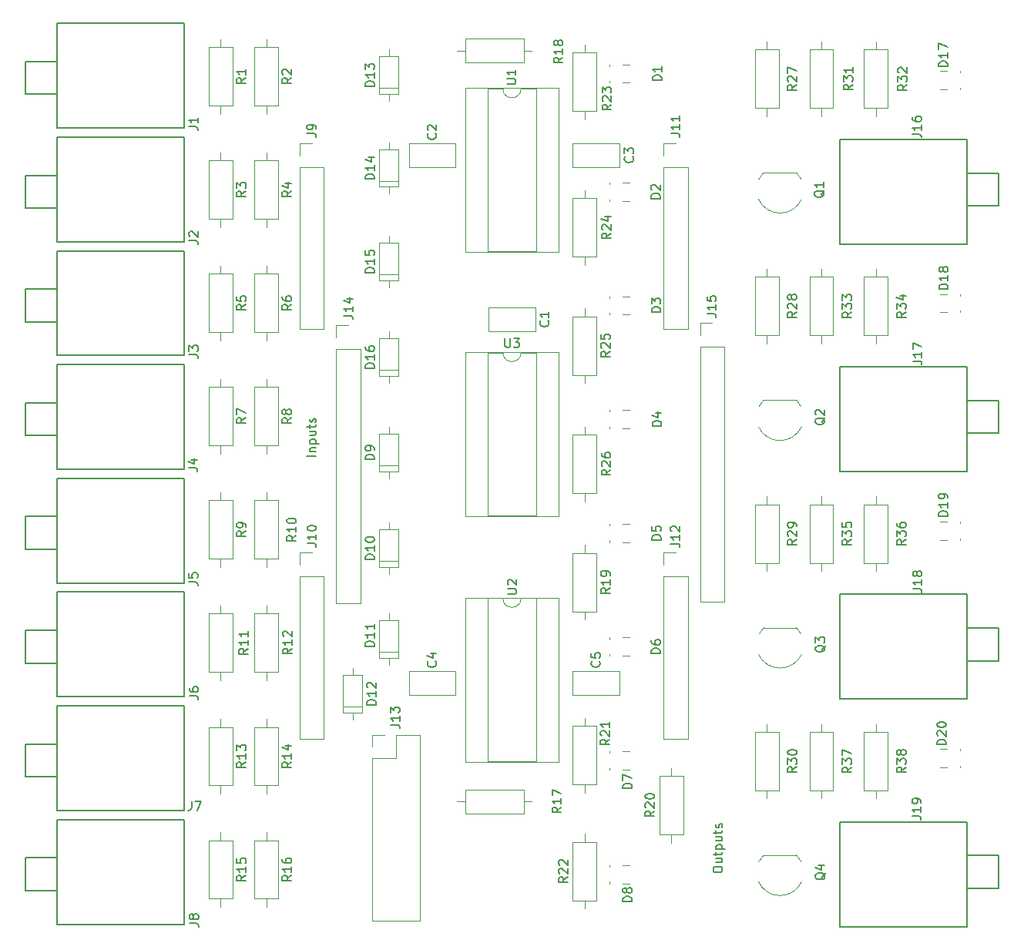
<source format=gbr>
G04 #@! TF.GenerationSoftware,KiCad,Pcbnew,(5.1.5)-3*
G04 #@! TF.CreationDate,2020-08-09T14:56:46-07:00*
G04 #@! TF.ProjectId,AND_THT,414e445f-5448-4542-9e6b-696361645f70,rev?*
G04 #@! TF.SameCoordinates,Original*
G04 #@! TF.FileFunction,Legend,Top*
G04 #@! TF.FilePolarity,Positive*
%FSLAX46Y46*%
G04 Gerber Fmt 4.6, Leading zero omitted, Abs format (unit mm)*
G04 Created by KiCad (PCBNEW (5.1.5)-3) date 2020-08-09 14:56:46*
%MOMM*%
%LPD*%
G04 APERTURE LIST*
%ADD10C,0.150000*%
%ADD11C,0.120000*%
G04 APERTURE END LIST*
D10*
X72109080Y-93571391D02*
X72109080Y-93380915D01*
X72156700Y-93285677D01*
X72251938Y-93190439D01*
X72442414Y-93142820D01*
X72775747Y-93142820D01*
X72966223Y-93190439D01*
X73061461Y-93285677D01*
X73109080Y-93380915D01*
X73109080Y-93571391D01*
X73061461Y-93666629D01*
X72966223Y-93761867D01*
X72775747Y-93809486D01*
X72442414Y-93809486D01*
X72251938Y-93761867D01*
X72156700Y-93666629D01*
X72109080Y-93571391D01*
X72442414Y-92285677D02*
X73109080Y-92285677D01*
X72442414Y-92714248D02*
X72966223Y-92714248D01*
X73061461Y-92666629D01*
X73109080Y-92571391D01*
X73109080Y-92428534D01*
X73061461Y-92333296D01*
X73013842Y-92285677D01*
X72442414Y-91952343D02*
X72442414Y-91571391D01*
X72109080Y-91809486D02*
X72966223Y-91809486D01*
X73061461Y-91761867D01*
X73109080Y-91666629D01*
X73109080Y-91571391D01*
X72442414Y-91238058D02*
X73442414Y-91238058D01*
X72490033Y-91238058D02*
X72442414Y-91142820D01*
X72442414Y-90952343D01*
X72490033Y-90857105D01*
X72537652Y-90809486D01*
X72632890Y-90761867D01*
X72918604Y-90761867D01*
X73013842Y-90809486D01*
X73061461Y-90857105D01*
X73109080Y-90952343D01*
X73109080Y-91142820D01*
X73061461Y-91238058D01*
X72442414Y-89904724D02*
X73109080Y-89904724D01*
X72442414Y-90333296D02*
X72966223Y-90333296D01*
X73061461Y-90285677D01*
X73109080Y-90190439D01*
X73109080Y-90047581D01*
X73061461Y-89952343D01*
X73013842Y-89904724D01*
X72442414Y-89571391D02*
X72442414Y-89190439D01*
X72109080Y-89428534D02*
X72966223Y-89428534D01*
X73061461Y-89380915D01*
X73109080Y-89285677D01*
X73109080Y-89190439D01*
X73061461Y-88904724D02*
X73109080Y-88809486D01*
X73109080Y-88619010D01*
X73061461Y-88523772D01*
X72966223Y-88476153D01*
X72918604Y-88476153D01*
X72823366Y-88523772D01*
X72775747Y-88619010D01*
X72775747Y-88761867D01*
X72728128Y-88857105D01*
X72632890Y-88904724D01*
X72585271Y-88904724D01*
X72490033Y-88857105D01*
X72442414Y-88761867D01*
X72442414Y-88619010D01*
X72490033Y-88523772D01*
X28452380Y-48047619D02*
X27452380Y-48047619D01*
X27785714Y-47571428D02*
X28452380Y-47571428D01*
X27880952Y-47571428D02*
X27833333Y-47523809D01*
X27785714Y-47428571D01*
X27785714Y-47285714D01*
X27833333Y-47190476D01*
X27928571Y-47142857D01*
X28452380Y-47142857D01*
X27785714Y-46666666D02*
X28785714Y-46666666D01*
X27833333Y-46666666D02*
X27785714Y-46571428D01*
X27785714Y-46380952D01*
X27833333Y-46285714D01*
X27880952Y-46238095D01*
X27976190Y-46190476D01*
X28261904Y-46190476D01*
X28357142Y-46238095D01*
X28404761Y-46285714D01*
X28452380Y-46380952D01*
X28452380Y-46571428D01*
X28404761Y-46666666D01*
X27785714Y-45333333D02*
X28452380Y-45333333D01*
X27785714Y-45761904D02*
X28309523Y-45761904D01*
X28404761Y-45714285D01*
X28452380Y-45619047D01*
X28452380Y-45476190D01*
X28404761Y-45380952D01*
X28357142Y-45333333D01*
X27785714Y-45000000D02*
X27785714Y-44619047D01*
X27452380Y-44857142D02*
X28309523Y-44857142D01*
X28404761Y-44809523D01*
X28452380Y-44714285D01*
X28452380Y-44619047D01*
X28404761Y-44333333D02*
X28452380Y-44238095D01*
X28452380Y-44047619D01*
X28404761Y-43952380D01*
X28309523Y-43904761D01*
X28261904Y-43904761D01*
X28166666Y-43952380D01*
X28119047Y-44047619D01*
X28119047Y-44190476D01*
X28071428Y-44285714D01*
X27976190Y-44333333D01*
X27928571Y-44333333D01*
X27833333Y-44285714D01*
X27785714Y-44190476D01*
X27785714Y-44047619D01*
X27833333Y-43952380D01*
D11*
X55140000Y-7610000D02*
X44860000Y-7610000D01*
X55140000Y-25630000D02*
X55140000Y-7610000D01*
X44860000Y-25630000D02*
X55140000Y-25630000D01*
X44860000Y-7610000D02*
X44860000Y-25630000D01*
X52650000Y-7670000D02*
X51000000Y-7670000D01*
X52650000Y-25570000D02*
X52650000Y-7670000D01*
X47350000Y-25570000D02*
X52650000Y-25570000D01*
X47350000Y-7670000D02*
X47350000Y-25570000D01*
X49000000Y-7670000D02*
X47350000Y-7670000D01*
X51000000Y-7670000D02*
G75*
G02X49000000Y-7670000I-1000000J0D01*
G01*
X52560000Y-31690000D02*
X52560000Y-34310000D01*
X47440000Y-31690000D02*
X47440000Y-34310000D01*
X47440000Y-34310000D02*
X52560000Y-34310000D01*
X47440000Y-31690000D02*
X52560000Y-31690000D01*
X43810000Y-13690000D02*
X43810000Y-16310000D01*
X38690000Y-13690000D02*
X38690000Y-16310000D01*
X38690000Y-16310000D02*
X43810000Y-16310000D01*
X38690000Y-13690000D02*
X43810000Y-13690000D01*
X56690000Y-13690000D02*
X61810000Y-13690000D01*
X56690000Y-16310000D02*
X61810000Y-16310000D01*
X56690000Y-13690000D02*
X56690000Y-16310000D01*
X61810000Y-13690000D02*
X61810000Y-16310000D01*
X43810000Y-71690000D02*
X43810000Y-74310000D01*
X38690000Y-71690000D02*
X38690000Y-74310000D01*
X38690000Y-74310000D02*
X43810000Y-74310000D01*
X38690000Y-71690000D02*
X43810000Y-71690000D01*
X56690000Y-71690000D02*
X61810000Y-71690000D01*
X56690000Y-74310000D02*
X61810000Y-74310000D01*
X56690000Y-71690000D02*
X56690000Y-74310000D01*
X61810000Y-71690000D02*
X61810000Y-74310000D01*
X62920000Y-7024700D02*
X62189000Y-7024700D01*
X60730000Y-7024700D02*
X60720000Y-7024700D01*
X62920000Y-5004700D02*
X62189000Y-5004700D01*
X60730000Y-5004700D02*
X60720000Y-5004700D01*
X60720000Y-7024700D02*
X60720000Y-6839700D01*
X60720000Y-5189700D02*
X60720000Y-5004700D01*
X62920000Y-20010000D02*
X62189000Y-20010000D01*
X60730000Y-20010000D02*
X60720000Y-20010000D01*
X62920000Y-17990000D02*
X62189000Y-17990000D01*
X60730000Y-17990000D02*
X60720000Y-17990000D01*
X60720000Y-20010000D02*
X60720000Y-19825000D01*
X60720000Y-18175000D02*
X60720000Y-17990000D01*
X60720000Y-30675000D02*
X60720000Y-30490000D01*
X60720000Y-32510000D02*
X60720000Y-32325000D01*
X60730000Y-30490000D02*
X60720000Y-30490000D01*
X62920000Y-30490000D02*
X62189000Y-30490000D01*
X60730000Y-32510000D02*
X60720000Y-32510000D01*
X62920000Y-32510000D02*
X62189000Y-32510000D01*
X60720000Y-43175000D02*
X60720000Y-42990000D01*
X60720000Y-45010000D02*
X60720000Y-44825000D01*
X60730000Y-42990000D02*
X60720000Y-42990000D01*
X62920000Y-42990000D02*
X62189000Y-42990000D01*
X60730000Y-45010000D02*
X60720000Y-45010000D01*
X62920000Y-45010000D02*
X62189000Y-45010000D01*
X62920000Y-57510000D02*
X62189000Y-57510000D01*
X60730000Y-57510000D02*
X60720000Y-57510000D01*
X62920000Y-55490000D02*
X62189000Y-55490000D01*
X60730000Y-55490000D02*
X60720000Y-55490000D01*
X60720000Y-57510000D02*
X60720000Y-57325000D01*
X60720000Y-55675000D02*
X60720000Y-55490000D01*
X60720000Y-68175000D02*
X60720000Y-67990000D01*
X60720000Y-70010000D02*
X60720000Y-69825000D01*
X60730000Y-67990000D02*
X60720000Y-67990000D01*
X62920000Y-67990000D02*
X62189000Y-67990000D01*
X60730000Y-70010000D02*
X60720000Y-70010000D01*
X62920000Y-70010000D02*
X62189000Y-70010000D01*
X60720000Y-80675000D02*
X60720000Y-80490000D01*
X60720000Y-82510000D02*
X60720000Y-82325000D01*
X60730000Y-80490000D02*
X60720000Y-80490000D01*
X62920000Y-80490000D02*
X62189000Y-80490000D01*
X60730000Y-82510000D02*
X60720000Y-82510000D01*
X62920000Y-82510000D02*
X62189000Y-82510000D01*
X60720000Y-93175000D02*
X60720000Y-92990000D01*
X60720000Y-95010000D02*
X60720000Y-94825000D01*
X60730000Y-92990000D02*
X60720000Y-92990000D01*
X62920000Y-92990000D02*
X62189000Y-92990000D01*
X60730000Y-95010000D02*
X60720000Y-95010000D01*
X62920000Y-95010000D02*
X62189000Y-95010000D01*
X35440000Y-49090000D02*
X37560000Y-49090000D01*
X36500000Y-44860000D02*
X36500000Y-45630000D01*
X36500000Y-50520000D02*
X36500000Y-49750000D01*
X35440000Y-45630000D02*
X35440000Y-49750000D01*
X37560000Y-45630000D02*
X35440000Y-45630000D01*
X37560000Y-49750000D02*
X37560000Y-45630000D01*
X35440000Y-49750000D02*
X37560000Y-49750000D01*
X35440000Y-60250000D02*
X37560000Y-60250000D01*
X37560000Y-60250000D02*
X37560000Y-56130000D01*
X37560000Y-56130000D02*
X35440000Y-56130000D01*
X35440000Y-56130000D02*
X35440000Y-60250000D01*
X36500000Y-61020000D02*
X36500000Y-60250000D01*
X36500000Y-55360000D02*
X36500000Y-56130000D01*
X35440000Y-59590000D02*
X37560000Y-59590000D01*
X35440000Y-69590000D02*
X37560000Y-69590000D01*
X36500000Y-65360000D02*
X36500000Y-66130000D01*
X36500000Y-71020000D02*
X36500000Y-70250000D01*
X35440000Y-66130000D02*
X35440000Y-70250000D01*
X37560000Y-66130000D02*
X35440000Y-66130000D01*
X37560000Y-70250000D02*
X37560000Y-66130000D01*
X35440000Y-70250000D02*
X37560000Y-70250000D01*
X31440000Y-76250000D02*
X33560000Y-76250000D01*
X33560000Y-76250000D02*
X33560000Y-72130000D01*
X33560000Y-72130000D02*
X31440000Y-72130000D01*
X31440000Y-72130000D02*
X31440000Y-76250000D01*
X32500000Y-77020000D02*
X32500000Y-76250000D01*
X32500000Y-71360000D02*
X32500000Y-72130000D01*
X31440000Y-75590000D02*
X33560000Y-75590000D01*
X35440000Y-7590000D02*
X37560000Y-7590000D01*
X36500000Y-3360000D02*
X36500000Y-4130000D01*
X36500000Y-9020000D02*
X36500000Y-8250000D01*
X35440000Y-4130000D02*
X35440000Y-8250000D01*
X37560000Y-4130000D02*
X35440000Y-4130000D01*
X37560000Y-8250000D02*
X37560000Y-4130000D01*
X35440000Y-8250000D02*
X37560000Y-8250000D01*
X35440000Y-18455700D02*
X37560000Y-18455700D01*
X37560000Y-18455700D02*
X37560000Y-14335700D01*
X37560000Y-14335700D02*
X35440000Y-14335700D01*
X35440000Y-14335700D02*
X35440000Y-18455700D01*
X36500000Y-19225700D02*
X36500000Y-18455700D01*
X36500000Y-13565700D02*
X36500000Y-14335700D01*
X35440000Y-17795700D02*
X37560000Y-17795700D01*
X35440000Y-28090000D02*
X37560000Y-28090000D01*
X36500000Y-23860000D02*
X36500000Y-24630000D01*
X36500000Y-29520000D02*
X36500000Y-28750000D01*
X35440000Y-24630000D02*
X35440000Y-28750000D01*
X37560000Y-24630000D02*
X35440000Y-24630000D01*
X37560000Y-28750000D02*
X37560000Y-24630000D01*
X35440000Y-28750000D02*
X37560000Y-28750000D01*
X35440000Y-39250000D02*
X37560000Y-39250000D01*
X37560000Y-39250000D02*
X37560000Y-35130000D01*
X37560000Y-35130000D02*
X35440000Y-35130000D01*
X35440000Y-35130000D02*
X35440000Y-39250000D01*
X36500000Y-40020000D02*
X36500000Y-39250000D01*
X36500000Y-34360000D02*
X36500000Y-35130000D01*
X35440000Y-38590000D02*
X37560000Y-38590000D01*
X97080000Y-5740000D02*
X97811000Y-5740000D01*
X99270000Y-5740000D02*
X99280000Y-5740000D01*
X97080000Y-7760000D02*
X97811000Y-7760000D01*
X99270000Y-7760000D02*
X99280000Y-7760000D01*
X99280000Y-5740000D02*
X99280000Y-5925000D01*
X99280000Y-7575000D02*
X99280000Y-7760000D01*
X97080000Y-30240000D02*
X97811000Y-30240000D01*
X99270000Y-30240000D02*
X99280000Y-30240000D01*
X97080000Y-32260000D02*
X97811000Y-32260000D01*
X99270000Y-32260000D02*
X99280000Y-32260000D01*
X99280000Y-30240000D02*
X99280000Y-30425000D01*
X99280000Y-32075000D02*
X99280000Y-32260000D01*
X99280000Y-57075000D02*
X99280000Y-57260000D01*
X99280000Y-55240000D02*
X99280000Y-55425000D01*
X99270000Y-57260000D02*
X99280000Y-57260000D01*
X97080000Y-57260000D02*
X97811000Y-57260000D01*
X99270000Y-55240000D02*
X99280000Y-55240000D01*
X97080000Y-55240000D02*
X97811000Y-55240000D01*
X97080000Y-80240000D02*
X97811000Y-80240000D01*
X99270000Y-80240000D02*
X99280000Y-80240000D01*
X97080000Y-82260000D02*
X97811000Y-82260000D01*
X99270000Y-82260000D02*
X99280000Y-82260000D01*
X99280000Y-80240000D02*
X99280000Y-80425000D01*
X99280000Y-82075000D02*
X99280000Y-82260000D01*
D10*
X0Y-500000D02*
X14000000Y-500000D01*
X14000000Y-500000D02*
X14000000Y-12000000D01*
X14000000Y-12000000D02*
X0Y-12000000D01*
X0Y-12000000D02*
X0Y-500000D01*
X0Y-4700000D02*
X-3500000Y-4700000D01*
X-3500000Y-4700000D02*
X-3500000Y-8300000D01*
X0Y-8300000D02*
X-3500000Y-8300000D01*
X0Y-20800000D02*
X-3500000Y-20800000D01*
X-3500000Y-17200000D02*
X-3500000Y-20800000D01*
X0Y-17200000D02*
X-3500000Y-17200000D01*
X0Y-24500000D02*
X0Y-13000000D01*
X14000000Y-24500000D02*
X0Y-24500000D01*
X14000000Y-13000000D02*
X14000000Y-24500000D01*
X0Y-13000000D02*
X14000000Y-13000000D01*
X0Y-25500000D02*
X14000000Y-25500000D01*
X14000000Y-25500000D02*
X14000000Y-37000000D01*
X14000000Y-37000000D02*
X0Y-37000000D01*
X0Y-37000000D02*
X0Y-25500000D01*
X0Y-29700000D02*
X-3500000Y-29700000D01*
X-3500000Y-29700000D02*
X-3500000Y-33300000D01*
X0Y-33300000D02*
X-3500000Y-33300000D01*
X0Y-45800000D02*
X-3500000Y-45800000D01*
X-3500000Y-42200000D02*
X-3500000Y-45800000D01*
X0Y-42200000D02*
X-3500000Y-42200000D01*
X0Y-49500000D02*
X0Y-38000000D01*
X14000000Y-49500000D02*
X0Y-49500000D01*
X14000000Y-38000000D02*
X14000000Y-49500000D01*
X0Y-38000000D02*
X14000000Y-38000000D01*
X0Y-58300000D02*
X-3500000Y-58300000D01*
X-3500000Y-54700000D02*
X-3500000Y-58300000D01*
X0Y-54700000D02*
X-3500000Y-54700000D01*
X0Y-62000000D02*
X0Y-50500000D01*
X14000000Y-62000000D02*
X0Y-62000000D01*
X14000000Y-50500000D02*
X14000000Y-62000000D01*
X0Y-50500000D02*
X14000000Y-50500000D01*
X0Y-63000000D02*
X14000000Y-63000000D01*
X14000000Y-63000000D02*
X14000000Y-74500000D01*
X14000000Y-74500000D02*
X0Y-74500000D01*
X0Y-74500000D02*
X0Y-63000000D01*
X0Y-67200000D02*
X-3500000Y-67200000D01*
X-3500000Y-67200000D02*
X-3500000Y-70800000D01*
X0Y-70800000D02*
X-3500000Y-70800000D01*
X0Y-75500000D02*
X14000000Y-75500000D01*
X14000000Y-75500000D02*
X14000000Y-87000000D01*
X14000000Y-87000000D02*
X0Y-87000000D01*
X0Y-87000000D02*
X0Y-75500000D01*
X0Y-79700000D02*
X-3500000Y-79700000D01*
X-3500000Y-79700000D02*
X-3500000Y-83300000D01*
X0Y-83300000D02*
X-3500000Y-83300000D01*
X0Y-95800000D02*
X-3500000Y-95800000D01*
X-3500000Y-92200000D02*
X-3500000Y-95800000D01*
X0Y-92200000D02*
X-3500000Y-92200000D01*
X0Y-99500000D02*
X0Y-88000000D01*
X14000000Y-99500000D02*
X0Y-99500000D01*
X14000000Y-88000000D02*
X14000000Y-99500000D01*
X0Y-88000000D02*
X14000000Y-88000000D01*
D11*
X26670000Y-13670000D02*
X28000000Y-13670000D01*
X26670000Y-15000000D02*
X26670000Y-13670000D01*
X26670000Y-16270000D02*
X29330000Y-16270000D01*
X29330000Y-16270000D02*
X29330000Y-34110000D01*
X26670000Y-16270000D02*
X26670000Y-34110000D01*
X26670000Y-34110000D02*
X29330000Y-34110000D01*
X26670000Y-58670000D02*
X28000000Y-58670000D01*
X26670000Y-60000000D02*
X26670000Y-58670000D01*
X26670000Y-61270000D02*
X29330000Y-61270000D01*
X29330000Y-61270000D02*
X29330000Y-79110000D01*
X26670000Y-61270000D02*
X26670000Y-79110000D01*
X26670000Y-79110000D02*
X29330000Y-79110000D01*
X66670000Y-34110000D02*
X69330000Y-34110000D01*
X66670000Y-16270000D02*
X66670000Y-34110000D01*
X69330000Y-16270000D02*
X69330000Y-34110000D01*
X66670000Y-16270000D02*
X69330000Y-16270000D01*
X66670000Y-15000000D02*
X66670000Y-13670000D01*
X66670000Y-13670000D02*
X68000000Y-13670000D01*
X66670000Y-79110000D02*
X69330000Y-79110000D01*
X66670000Y-61270000D02*
X66670000Y-79110000D01*
X69330000Y-61270000D02*
X69330000Y-79110000D01*
X66670000Y-61270000D02*
X69330000Y-61270000D01*
X66670000Y-60000000D02*
X66670000Y-58670000D01*
X66670000Y-58670000D02*
X68000000Y-58670000D01*
X34670000Y-78670000D02*
X36000000Y-78670000D01*
X34670000Y-80000000D02*
X34670000Y-78670000D01*
X37270000Y-78670000D02*
X39870000Y-78670000D01*
X37270000Y-81270000D02*
X37270000Y-78670000D01*
X34670000Y-81270000D02*
X37270000Y-81270000D01*
X39870000Y-78670000D02*
X39870000Y-99110000D01*
X34670000Y-81270000D02*
X34670000Y-99110000D01*
X34670000Y-99110000D02*
X39870000Y-99110000D01*
X30670000Y-33670000D02*
X32000000Y-33670000D01*
X30670000Y-35000000D02*
X30670000Y-33670000D01*
X30670000Y-36270000D02*
X33330000Y-36270000D01*
X33330000Y-36270000D02*
X33330000Y-64270000D01*
X30670000Y-36270000D02*
X30670000Y-64270000D01*
X30670000Y-64270000D02*
X33330000Y-64270000D01*
X70670000Y-64020000D02*
X73330000Y-64020000D01*
X70670000Y-36020000D02*
X70670000Y-64020000D01*
X73330000Y-36020000D02*
X73330000Y-64020000D01*
X70670000Y-36020000D02*
X73330000Y-36020000D01*
X70670000Y-34750000D02*
X70670000Y-33420000D01*
X70670000Y-33420000D02*
X72000000Y-33420000D01*
D10*
X100000000Y-24750000D02*
X86000000Y-24750000D01*
X86000000Y-24750000D02*
X86000000Y-13250000D01*
X86000000Y-13250000D02*
X100000000Y-13250000D01*
X100000000Y-13250000D02*
X100000000Y-24750000D01*
X100000000Y-20550000D02*
X103500000Y-20550000D01*
X103500000Y-20550000D02*
X103500000Y-16950000D01*
X100000000Y-16950000D02*
X103500000Y-16950000D01*
X100000000Y-41950000D02*
X103500000Y-41950000D01*
X103500000Y-45550000D02*
X103500000Y-41950000D01*
X100000000Y-45550000D02*
X103500000Y-45550000D01*
X100000000Y-38250000D02*
X100000000Y-49750000D01*
X86000000Y-38250000D02*
X100000000Y-38250000D01*
X86000000Y-49750000D02*
X86000000Y-38250000D01*
X100000000Y-49750000D02*
X86000000Y-49750000D01*
X100000000Y-66950000D02*
X103500000Y-66950000D01*
X103500000Y-70550000D02*
X103500000Y-66950000D01*
X100000000Y-70550000D02*
X103500000Y-70550000D01*
X100000000Y-63250000D02*
X100000000Y-74750000D01*
X86000000Y-63250000D02*
X100000000Y-63250000D01*
X86000000Y-74750000D02*
X86000000Y-63250000D01*
X100000000Y-74750000D02*
X86000000Y-74750000D01*
X100000000Y-99750000D02*
X86000000Y-99750000D01*
X86000000Y-99750000D02*
X86000000Y-88250000D01*
X86000000Y-88250000D02*
X100000000Y-88250000D01*
X100000000Y-88250000D02*
X100000000Y-99750000D01*
X100000000Y-95550000D02*
X103500000Y-95550000D01*
X103500000Y-95550000D02*
X103500000Y-91950000D01*
X100000000Y-91950000D02*
X103500000Y-91950000D01*
D11*
X81260000Y-16900000D02*
X77660000Y-16900000D01*
X81784184Y-17627205D02*
G75*
G03X81260000Y-16900000I-2324184J-1122795D01*
G01*
X81816400Y-19848807D02*
G75*
G02X79460000Y-21350000I-2356400J1098807D01*
G01*
X77103600Y-19848807D02*
G75*
G03X79460000Y-21350000I2356400J1098807D01*
G01*
X77135816Y-17627205D02*
G75*
G02X77660000Y-16900000I2324184J-1122795D01*
G01*
X81260000Y-41900000D02*
X77660000Y-41900000D01*
X81784184Y-42627205D02*
G75*
G03X81260000Y-41900000I-2324184J-1122795D01*
G01*
X81816400Y-44848807D02*
G75*
G02X79460000Y-46350000I-2356400J1098807D01*
G01*
X77103600Y-44848807D02*
G75*
G03X79460000Y-46350000I2356400J1098807D01*
G01*
X77135816Y-42627205D02*
G75*
G02X77660000Y-41900000I2324184J-1122795D01*
G01*
X77135816Y-67627205D02*
G75*
G02X77660000Y-66900000I2324184J-1122795D01*
G01*
X77103600Y-69848807D02*
G75*
G03X79460000Y-71350000I2356400J1098807D01*
G01*
X81816400Y-69848807D02*
G75*
G02X79460000Y-71350000I-2356400J1098807D01*
G01*
X81784184Y-67627205D02*
G75*
G03X81260000Y-66900000I-2324184J-1122795D01*
G01*
X81260000Y-66900000D02*
X77660000Y-66900000D01*
X77135816Y-92627205D02*
G75*
G02X77660000Y-91900000I2324184J-1122795D01*
G01*
X77103600Y-94848807D02*
G75*
G03X79460000Y-96350000I2356400J1098807D01*
G01*
X81816400Y-94848807D02*
G75*
G02X79460000Y-96350000I-2356400J1098807D01*
G01*
X81784184Y-92627205D02*
G75*
G03X81260000Y-91900000I-2324184J-1122795D01*
G01*
X81260000Y-91900000D02*
X77660000Y-91900000D01*
X19310000Y-3120000D02*
X16690000Y-3120000D01*
X16690000Y-3120000D02*
X16690000Y-9540000D01*
X16690000Y-9540000D02*
X19310000Y-9540000D01*
X19310000Y-9540000D02*
X19310000Y-3120000D01*
X18000000Y-2230000D02*
X18000000Y-3120000D01*
X18000000Y-10430000D02*
X18000000Y-9540000D01*
X24310000Y-3120000D02*
X21690000Y-3120000D01*
X21690000Y-3120000D02*
X21690000Y-9540000D01*
X21690000Y-9540000D02*
X24310000Y-9540000D01*
X24310000Y-9540000D02*
X24310000Y-3120000D01*
X23000000Y-2230000D02*
X23000000Y-3120000D01*
X23000000Y-10430000D02*
X23000000Y-9540000D01*
X18000000Y-22880000D02*
X18000000Y-21990000D01*
X18000000Y-14680000D02*
X18000000Y-15570000D01*
X19310000Y-21990000D02*
X19310000Y-15570000D01*
X16690000Y-21990000D02*
X19310000Y-21990000D01*
X16690000Y-15570000D02*
X16690000Y-21990000D01*
X19310000Y-15570000D02*
X16690000Y-15570000D01*
X24310000Y-15570000D02*
X21690000Y-15570000D01*
X21690000Y-15570000D02*
X21690000Y-21990000D01*
X21690000Y-21990000D02*
X24310000Y-21990000D01*
X24310000Y-21990000D02*
X24310000Y-15570000D01*
X23000000Y-14680000D02*
X23000000Y-15570000D01*
X23000000Y-22880000D02*
X23000000Y-21990000D01*
X19310000Y-28020000D02*
X16690000Y-28020000D01*
X16690000Y-28020000D02*
X16690000Y-34440000D01*
X16690000Y-34440000D02*
X19310000Y-34440000D01*
X19310000Y-34440000D02*
X19310000Y-28020000D01*
X18000000Y-27130000D02*
X18000000Y-28020000D01*
X18000000Y-35330000D02*
X18000000Y-34440000D01*
X23000000Y-35330000D02*
X23000000Y-34440000D01*
X23000000Y-27130000D02*
X23000000Y-28020000D01*
X24310000Y-34440000D02*
X24310000Y-28020000D01*
X21690000Y-34440000D02*
X24310000Y-34440000D01*
X21690000Y-28020000D02*
X21690000Y-34440000D01*
X24310000Y-28020000D02*
X21690000Y-28020000D01*
X18000000Y-47780000D02*
X18000000Y-46890000D01*
X18000000Y-39580000D02*
X18000000Y-40470000D01*
X19310000Y-46890000D02*
X19310000Y-40470000D01*
X16690000Y-46890000D02*
X19310000Y-46890000D01*
X16690000Y-40470000D02*
X16690000Y-46890000D01*
X19310000Y-40470000D02*
X16690000Y-40470000D01*
X23000000Y-47780000D02*
X23000000Y-46890000D01*
X23000000Y-39580000D02*
X23000000Y-40470000D01*
X24310000Y-46890000D02*
X24310000Y-40470000D01*
X21690000Y-46890000D02*
X24310000Y-46890000D01*
X21690000Y-40470000D02*
X21690000Y-46890000D01*
X24310000Y-40470000D02*
X21690000Y-40470000D01*
X19310000Y-52920000D02*
X16690000Y-52920000D01*
X16690000Y-52920000D02*
X16690000Y-59340000D01*
X16690000Y-59340000D02*
X19310000Y-59340000D01*
X19310000Y-59340000D02*
X19310000Y-52920000D01*
X18000000Y-52030000D02*
X18000000Y-52920000D01*
X18000000Y-60230000D02*
X18000000Y-59340000D01*
X23000000Y-60230000D02*
X23000000Y-59340000D01*
X23000000Y-52030000D02*
X23000000Y-52920000D01*
X24310000Y-59340000D02*
X24310000Y-52920000D01*
X21690000Y-59340000D02*
X24310000Y-59340000D01*
X21690000Y-52920000D02*
X21690000Y-59340000D01*
X24310000Y-52920000D02*
X21690000Y-52920000D01*
X18000000Y-72680000D02*
X18000000Y-71790000D01*
X18000000Y-64480000D02*
X18000000Y-65370000D01*
X19310000Y-71790000D02*
X19310000Y-65370000D01*
X16690000Y-71790000D02*
X19310000Y-71790000D01*
X16690000Y-65370000D02*
X16690000Y-71790000D01*
X19310000Y-65370000D02*
X16690000Y-65370000D01*
X24310000Y-65370000D02*
X21690000Y-65370000D01*
X21690000Y-65370000D02*
X21690000Y-71790000D01*
X21690000Y-71790000D02*
X24310000Y-71790000D01*
X24310000Y-71790000D02*
X24310000Y-65370000D01*
X23000000Y-64480000D02*
X23000000Y-65370000D01*
X23000000Y-72680000D02*
X23000000Y-71790000D01*
X19310000Y-77820000D02*
X16690000Y-77820000D01*
X16690000Y-77820000D02*
X16690000Y-84240000D01*
X16690000Y-84240000D02*
X19310000Y-84240000D01*
X19310000Y-84240000D02*
X19310000Y-77820000D01*
X18000000Y-76930000D02*
X18000000Y-77820000D01*
X18000000Y-85130000D02*
X18000000Y-84240000D01*
X23000000Y-85130000D02*
X23000000Y-84240000D01*
X23000000Y-76930000D02*
X23000000Y-77820000D01*
X24310000Y-84240000D02*
X24310000Y-77820000D01*
X21690000Y-84240000D02*
X24310000Y-84240000D01*
X21690000Y-77820000D02*
X21690000Y-84240000D01*
X24310000Y-77820000D02*
X21690000Y-77820000D01*
X18000000Y-97580000D02*
X18000000Y-96690000D01*
X18000000Y-89380000D02*
X18000000Y-90270000D01*
X19310000Y-96690000D02*
X19310000Y-90270000D01*
X16690000Y-96690000D02*
X19310000Y-96690000D01*
X16690000Y-90270000D02*
X16690000Y-96690000D01*
X19310000Y-90270000D02*
X16690000Y-90270000D01*
X24310000Y-90270000D02*
X21690000Y-90270000D01*
X21690000Y-90270000D02*
X21690000Y-96690000D01*
X21690000Y-96690000D02*
X24310000Y-96690000D01*
X24310000Y-96690000D02*
X24310000Y-90270000D01*
X23000000Y-89380000D02*
X23000000Y-90270000D01*
X23000000Y-97580000D02*
X23000000Y-96690000D01*
X44870000Y-84690000D02*
X44870000Y-87310000D01*
X44870000Y-87310000D02*
X51290000Y-87310000D01*
X51290000Y-87310000D02*
X51290000Y-84690000D01*
X51290000Y-84690000D02*
X44870000Y-84690000D01*
X43980000Y-86000000D02*
X44870000Y-86000000D01*
X52180000Y-86000000D02*
X51290000Y-86000000D01*
X52180000Y-3500000D02*
X51290000Y-3500000D01*
X43980000Y-3500000D02*
X44870000Y-3500000D01*
X51290000Y-2190000D02*
X44870000Y-2190000D01*
X51290000Y-4810000D02*
X51290000Y-2190000D01*
X44870000Y-4810000D02*
X51290000Y-4810000D01*
X44870000Y-2190000D02*
X44870000Y-4810000D01*
X56690000Y-65130000D02*
X59310000Y-65130000D01*
X59310000Y-65130000D02*
X59310000Y-58710000D01*
X59310000Y-58710000D02*
X56690000Y-58710000D01*
X56690000Y-58710000D02*
X56690000Y-65130000D01*
X58000000Y-66020000D02*
X58000000Y-65130000D01*
X58000000Y-57820000D02*
X58000000Y-58710000D01*
X67500000Y-82320000D02*
X67500000Y-83210000D01*
X67500000Y-90520000D02*
X67500000Y-89630000D01*
X66190000Y-83210000D02*
X66190000Y-89630000D01*
X68810000Y-83210000D02*
X66190000Y-83210000D01*
X68810000Y-89630000D02*
X68810000Y-83210000D01*
X66190000Y-89630000D02*
X68810000Y-89630000D01*
X56690000Y-84130000D02*
X59310000Y-84130000D01*
X59310000Y-84130000D02*
X59310000Y-77710000D01*
X59310000Y-77710000D02*
X56690000Y-77710000D01*
X56690000Y-77710000D02*
X56690000Y-84130000D01*
X58000000Y-85020000D02*
X58000000Y-84130000D01*
X58000000Y-76820000D02*
X58000000Y-77710000D01*
X58000000Y-89570000D02*
X58000000Y-90460000D01*
X58000000Y-97770000D02*
X58000000Y-96880000D01*
X56690000Y-90460000D02*
X56690000Y-96880000D01*
X59310000Y-90460000D02*
X56690000Y-90460000D01*
X59310000Y-96880000D02*
X59310000Y-90460000D01*
X56690000Y-96880000D02*
X59310000Y-96880000D01*
X56690000Y-10130000D02*
X59310000Y-10130000D01*
X59310000Y-10130000D02*
X59310000Y-3710000D01*
X59310000Y-3710000D02*
X56690000Y-3710000D01*
X56690000Y-3710000D02*
X56690000Y-10130000D01*
X58000000Y-11020000D02*
X58000000Y-10130000D01*
X58000000Y-2820000D02*
X58000000Y-3710000D01*
X58000000Y-18820000D02*
X58000000Y-19710000D01*
X58000000Y-27020000D02*
X58000000Y-26130000D01*
X56690000Y-19710000D02*
X56690000Y-26130000D01*
X59310000Y-19710000D02*
X56690000Y-19710000D01*
X59310000Y-26130000D02*
X59310000Y-19710000D01*
X56690000Y-26130000D02*
X59310000Y-26130000D01*
X56690000Y-39130000D02*
X59310000Y-39130000D01*
X59310000Y-39130000D02*
X59310000Y-32710000D01*
X59310000Y-32710000D02*
X56690000Y-32710000D01*
X56690000Y-32710000D02*
X56690000Y-39130000D01*
X58000000Y-40020000D02*
X58000000Y-39130000D01*
X58000000Y-31820000D02*
X58000000Y-32710000D01*
X58000000Y-44820000D02*
X58000000Y-45710000D01*
X58000000Y-53020000D02*
X58000000Y-52130000D01*
X56690000Y-45710000D02*
X56690000Y-52130000D01*
X59310000Y-45710000D02*
X56690000Y-45710000D01*
X59310000Y-52130000D02*
X59310000Y-45710000D01*
X56690000Y-52130000D02*
X59310000Y-52130000D01*
X78000000Y-10680000D02*
X78000000Y-9790000D01*
X78000000Y-2480000D02*
X78000000Y-3370000D01*
X79310000Y-9790000D02*
X79310000Y-3370000D01*
X76690000Y-9790000D02*
X79310000Y-9790000D01*
X76690000Y-3370000D02*
X76690000Y-9790000D01*
X79310000Y-3370000D02*
X76690000Y-3370000D01*
X79310000Y-28370000D02*
X76690000Y-28370000D01*
X76690000Y-28370000D02*
X76690000Y-34790000D01*
X76690000Y-34790000D02*
X79310000Y-34790000D01*
X79310000Y-34790000D02*
X79310000Y-28370000D01*
X78000000Y-27480000D02*
X78000000Y-28370000D01*
X78000000Y-35680000D02*
X78000000Y-34790000D01*
X78000000Y-60680000D02*
X78000000Y-59790000D01*
X78000000Y-52480000D02*
X78000000Y-53370000D01*
X79310000Y-59790000D02*
X79310000Y-53370000D01*
X76690000Y-59790000D02*
X79310000Y-59790000D01*
X76690000Y-53370000D02*
X76690000Y-59790000D01*
X79310000Y-53370000D02*
X76690000Y-53370000D01*
X79310000Y-78370000D02*
X76690000Y-78370000D01*
X76690000Y-78370000D02*
X76690000Y-84790000D01*
X76690000Y-84790000D02*
X79310000Y-84790000D01*
X79310000Y-84790000D02*
X79310000Y-78370000D01*
X78000000Y-77480000D02*
X78000000Y-78370000D01*
X78000000Y-85680000D02*
X78000000Y-84790000D01*
X85310000Y-3370000D02*
X82690000Y-3370000D01*
X82690000Y-3370000D02*
X82690000Y-9790000D01*
X82690000Y-9790000D02*
X85310000Y-9790000D01*
X85310000Y-9790000D02*
X85310000Y-3370000D01*
X84000000Y-2480000D02*
X84000000Y-3370000D01*
X84000000Y-10680000D02*
X84000000Y-9790000D01*
X90000000Y-10680000D02*
X90000000Y-9790000D01*
X90000000Y-2480000D02*
X90000000Y-3370000D01*
X91310000Y-9790000D02*
X91310000Y-3370000D01*
X88690000Y-9790000D02*
X91310000Y-9790000D01*
X88690000Y-3370000D02*
X88690000Y-9790000D01*
X91310000Y-3370000D02*
X88690000Y-3370000D01*
X84000000Y-35680000D02*
X84000000Y-34790000D01*
X84000000Y-27480000D02*
X84000000Y-28370000D01*
X85310000Y-34790000D02*
X85310000Y-28370000D01*
X82690000Y-34790000D02*
X85310000Y-34790000D01*
X82690000Y-28370000D02*
X82690000Y-34790000D01*
X85310000Y-28370000D02*
X82690000Y-28370000D01*
X91310000Y-28370000D02*
X88690000Y-28370000D01*
X88690000Y-28370000D02*
X88690000Y-34790000D01*
X88690000Y-34790000D02*
X91310000Y-34790000D01*
X91310000Y-34790000D02*
X91310000Y-28370000D01*
X90000000Y-27480000D02*
X90000000Y-28370000D01*
X90000000Y-35680000D02*
X90000000Y-34790000D01*
X84000000Y-60680000D02*
X84000000Y-59790000D01*
X84000000Y-52480000D02*
X84000000Y-53370000D01*
X85310000Y-59790000D02*
X85310000Y-53370000D01*
X82690000Y-59790000D02*
X85310000Y-59790000D01*
X82690000Y-53370000D02*
X82690000Y-59790000D01*
X85310000Y-53370000D02*
X82690000Y-53370000D01*
X90000000Y-60680000D02*
X90000000Y-59790000D01*
X90000000Y-52480000D02*
X90000000Y-53370000D01*
X91310000Y-59790000D02*
X91310000Y-53370000D01*
X88690000Y-59790000D02*
X91310000Y-59790000D01*
X88690000Y-53370000D02*
X88690000Y-59790000D01*
X91310000Y-53370000D02*
X88690000Y-53370000D01*
X85310000Y-78370000D02*
X82690000Y-78370000D01*
X82690000Y-78370000D02*
X82690000Y-84790000D01*
X82690000Y-84790000D02*
X85310000Y-84790000D01*
X85310000Y-84790000D02*
X85310000Y-78370000D01*
X84000000Y-77480000D02*
X84000000Y-78370000D01*
X84000000Y-85680000D02*
X84000000Y-84790000D01*
X91310000Y-78370000D02*
X88690000Y-78370000D01*
X88690000Y-78370000D02*
X88690000Y-84790000D01*
X88690000Y-84790000D02*
X91310000Y-84790000D01*
X91310000Y-84790000D02*
X91310000Y-78370000D01*
X90000000Y-77480000D02*
X90000000Y-78370000D01*
X90000000Y-85680000D02*
X90000000Y-84790000D01*
X55140000Y-63610000D02*
X44860000Y-63610000D01*
X55140000Y-81630000D02*
X55140000Y-63610000D01*
X44860000Y-81630000D02*
X55140000Y-81630000D01*
X44860000Y-63610000D02*
X44860000Y-81630000D01*
X52650000Y-63670000D02*
X51000000Y-63670000D01*
X52650000Y-81570000D02*
X52650000Y-63670000D01*
X47350000Y-81570000D02*
X52650000Y-81570000D01*
X47350000Y-63670000D02*
X47350000Y-81570000D01*
X49000000Y-63670000D02*
X47350000Y-63670000D01*
X51000000Y-63670000D02*
G75*
G02X49000000Y-63670000I-1000000J0D01*
G01*
X55140000Y-36610000D02*
X44860000Y-36610000D01*
X55140000Y-54630000D02*
X55140000Y-36610000D01*
X44860000Y-54630000D02*
X55140000Y-54630000D01*
X44860000Y-36610000D02*
X44860000Y-54630000D01*
X52650000Y-36670000D02*
X51000000Y-36670000D01*
X52650000Y-54570000D02*
X52650000Y-36670000D01*
X47350000Y-54570000D02*
X52650000Y-54570000D01*
X47350000Y-36670000D02*
X47350000Y-54570000D01*
X49000000Y-36670000D02*
X47350000Y-36670000D01*
X51000000Y-36670000D02*
G75*
G02X49000000Y-36670000I-1000000J0D01*
G01*
D10*
X49424340Y-7167784D02*
X50233864Y-7167784D01*
X50329102Y-7120165D01*
X50376721Y-7072546D01*
X50424340Y-6977308D01*
X50424340Y-6786832D01*
X50376721Y-6691594D01*
X50329102Y-6643975D01*
X50233864Y-6596356D01*
X49424340Y-6596356D01*
X50424340Y-5596356D02*
X50424340Y-6167784D01*
X50424340Y-5882070D02*
X49424340Y-5882070D01*
X49567198Y-5977308D01*
X49662436Y-6072546D01*
X49710055Y-6167784D01*
X53961302Y-33184126D02*
X54008921Y-33231745D01*
X54056540Y-33374602D01*
X54056540Y-33469840D01*
X54008921Y-33612698D01*
X53913683Y-33707936D01*
X53818445Y-33755555D01*
X53627969Y-33803174D01*
X53485112Y-33803174D01*
X53294636Y-33755555D01*
X53199398Y-33707936D01*
X53104160Y-33612698D01*
X53056540Y-33469840D01*
X53056540Y-33374602D01*
X53104160Y-33231745D01*
X53151779Y-33184126D01*
X54056540Y-32231745D02*
X54056540Y-32803174D01*
X54056540Y-32517460D02*
X53056540Y-32517460D01*
X53199398Y-32612698D01*
X53294636Y-32707936D01*
X53342255Y-32803174D01*
X41607142Y-12606666D02*
X41654761Y-12654285D01*
X41702380Y-12797142D01*
X41702380Y-12892380D01*
X41654761Y-13035238D01*
X41559523Y-13130476D01*
X41464285Y-13178095D01*
X41273809Y-13225714D01*
X41130952Y-13225714D01*
X40940476Y-13178095D01*
X40845238Y-13130476D01*
X40750000Y-13035238D01*
X40702380Y-12892380D01*
X40702380Y-12797142D01*
X40750000Y-12654285D01*
X40797619Y-12606666D01*
X40797619Y-12225714D02*
X40750000Y-12178095D01*
X40702380Y-12082857D01*
X40702380Y-11844761D01*
X40750000Y-11749523D01*
X40797619Y-11701904D01*
X40892857Y-11654285D01*
X40988095Y-11654285D01*
X41130952Y-11701904D01*
X41702380Y-12273333D01*
X41702380Y-11654285D01*
X63262782Y-15155206D02*
X63310401Y-15202825D01*
X63358020Y-15345682D01*
X63358020Y-15440920D01*
X63310401Y-15583778D01*
X63215163Y-15679016D01*
X63119925Y-15726635D01*
X62929449Y-15774254D01*
X62786592Y-15774254D01*
X62596116Y-15726635D01*
X62500878Y-15679016D01*
X62405640Y-15583778D01*
X62358020Y-15440920D01*
X62358020Y-15345682D01*
X62405640Y-15202825D01*
X62453259Y-15155206D01*
X62358020Y-14821873D02*
X62358020Y-14202825D01*
X62738973Y-14536159D01*
X62738973Y-14393301D01*
X62786592Y-14298063D01*
X62834211Y-14250444D01*
X62929449Y-14202825D01*
X63167544Y-14202825D01*
X63262782Y-14250444D01*
X63310401Y-14298063D01*
X63358020Y-14393301D01*
X63358020Y-14679016D01*
X63310401Y-14774254D01*
X63262782Y-14821873D01*
X41607142Y-70606666D02*
X41654761Y-70654285D01*
X41702380Y-70797142D01*
X41702380Y-70892380D01*
X41654761Y-71035238D01*
X41559523Y-71130476D01*
X41464285Y-71178095D01*
X41273809Y-71225714D01*
X41130952Y-71225714D01*
X40940476Y-71178095D01*
X40845238Y-71130476D01*
X40750000Y-71035238D01*
X40702380Y-70892380D01*
X40702380Y-70797142D01*
X40750000Y-70654285D01*
X40797619Y-70606666D01*
X41035714Y-69749523D02*
X41702380Y-69749523D01*
X40654761Y-69987619D02*
X41369047Y-70225714D01*
X41369047Y-69606666D01*
X59607142Y-70606666D02*
X59654761Y-70654285D01*
X59702380Y-70797142D01*
X59702380Y-70892380D01*
X59654761Y-71035238D01*
X59559523Y-71130476D01*
X59464285Y-71178095D01*
X59273809Y-71225714D01*
X59130952Y-71225714D01*
X58940476Y-71178095D01*
X58845238Y-71130476D01*
X58750000Y-71035238D01*
X58702380Y-70892380D01*
X58702380Y-70797142D01*
X58750000Y-70654285D01*
X58797619Y-70606666D01*
X58702380Y-69701904D02*
X58702380Y-70178095D01*
X59178571Y-70225714D01*
X59130952Y-70178095D01*
X59083333Y-70082857D01*
X59083333Y-69844761D01*
X59130952Y-69749523D01*
X59178571Y-69701904D01*
X59273809Y-69654285D01*
X59511904Y-69654285D01*
X59607142Y-69701904D01*
X59654761Y-69749523D01*
X59702380Y-69844761D01*
X59702380Y-70082857D01*
X59654761Y-70178095D01*
X59607142Y-70225714D01*
X66441580Y-6750255D02*
X65441580Y-6750255D01*
X65441580Y-6512160D01*
X65489200Y-6369302D01*
X65584438Y-6274064D01*
X65679676Y-6226445D01*
X65870152Y-6178826D01*
X66013009Y-6178826D01*
X66203485Y-6226445D01*
X66298723Y-6274064D01*
X66393961Y-6369302D01*
X66441580Y-6512160D01*
X66441580Y-6750255D01*
X66441580Y-5226445D02*
X66441580Y-5797874D01*
X66441580Y-5512160D02*
X65441580Y-5512160D01*
X65584438Y-5607398D01*
X65679676Y-5702636D01*
X65727295Y-5797874D01*
X66276480Y-19739835D02*
X65276480Y-19739835D01*
X65276480Y-19501740D01*
X65324100Y-19358882D01*
X65419338Y-19263644D01*
X65514576Y-19216025D01*
X65705052Y-19168406D01*
X65847909Y-19168406D01*
X66038385Y-19216025D01*
X66133623Y-19263644D01*
X66228861Y-19358882D01*
X66276480Y-19501740D01*
X66276480Y-19739835D01*
X65371719Y-18787454D02*
X65324100Y-18739835D01*
X65276480Y-18644597D01*
X65276480Y-18406501D01*
X65324100Y-18311263D01*
X65371719Y-18263644D01*
X65466957Y-18216025D01*
X65562195Y-18216025D01*
X65705052Y-18263644D01*
X66276480Y-18835073D01*
X66276480Y-18216025D01*
X66345060Y-32239175D02*
X65345060Y-32239175D01*
X65345060Y-32001080D01*
X65392680Y-31858222D01*
X65487918Y-31762984D01*
X65583156Y-31715365D01*
X65773632Y-31667746D01*
X65916489Y-31667746D01*
X66106965Y-31715365D01*
X66202203Y-31762984D01*
X66297441Y-31858222D01*
X66345060Y-32001080D01*
X66345060Y-32239175D01*
X65345060Y-31334413D02*
X65345060Y-30715365D01*
X65726013Y-31048699D01*
X65726013Y-30905841D01*
X65773632Y-30810603D01*
X65821251Y-30762984D01*
X65916489Y-30715365D01*
X66154584Y-30715365D01*
X66249822Y-30762984D01*
X66297441Y-30810603D01*
X66345060Y-30905841D01*
X66345060Y-31191556D01*
X66297441Y-31286794D01*
X66249822Y-31334413D01*
X66426340Y-44738515D02*
X65426340Y-44738515D01*
X65426340Y-44500420D01*
X65473960Y-44357562D01*
X65569198Y-44262324D01*
X65664436Y-44214705D01*
X65854912Y-44167086D01*
X65997769Y-44167086D01*
X66188245Y-44214705D01*
X66283483Y-44262324D01*
X66378721Y-44357562D01*
X66426340Y-44500420D01*
X66426340Y-44738515D01*
X65759674Y-43309943D02*
X66426340Y-43309943D01*
X65378721Y-43548039D02*
X66093007Y-43786134D01*
X66093007Y-43167086D01*
X66375540Y-57242935D02*
X65375540Y-57242935D01*
X65375540Y-57004840D01*
X65423160Y-56861982D01*
X65518398Y-56766744D01*
X65613636Y-56719125D01*
X65804112Y-56671506D01*
X65946969Y-56671506D01*
X66137445Y-56719125D01*
X66232683Y-56766744D01*
X66327921Y-56861982D01*
X66375540Y-57004840D01*
X66375540Y-57242935D01*
X65375540Y-55766744D02*
X65375540Y-56242935D01*
X65851731Y-56290554D01*
X65804112Y-56242935D01*
X65756493Y-56147697D01*
X65756493Y-55909601D01*
X65804112Y-55814363D01*
X65851731Y-55766744D01*
X65946969Y-55719125D01*
X66185064Y-55719125D01*
X66280302Y-55766744D01*
X66327921Y-55814363D01*
X66375540Y-55909601D01*
X66375540Y-56147697D01*
X66327921Y-56242935D01*
X66280302Y-56290554D01*
X66299340Y-69734655D02*
X65299340Y-69734655D01*
X65299340Y-69496560D01*
X65346960Y-69353702D01*
X65442198Y-69258464D01*
X65537436Y-69210845D01*
X65727912Y-69163226D01*
X65870769Y-69163226D01*
X66061245Y-69210845D01*
X66156483Y-69258464D01*
X66251721Y-69353702D01*
X66299340Y-69496560D01*
X66299340Y-69734655D01*
X65299340Y-68306083D02*
X65299340Y-68496560D01*
X65346960Y-68591798D01*
X65394579Y-68639417D01*
X65537436Y-68734655D01*
X65727912Y-68782274D01*
X66108864Y-68782274D01*
X66204102Y-68734655D01*
X66251721Y-68687036D01*
X66299340Y-68591798D01*
X66299340Y-68401321D01*
X66251721Y-68306083D01*
X66204102Y-68258464D01*
X66108864Y-68210845D01*
X65870769Y-68210845D01*
X65775531Y-68258464D01*
X65727912Y-68306083D01*
X65680293Y-68401321D01*
X65680293Y-68591798D01*
X65727912Y-68687036D01*
X65775531Y-68734655D01*
X65870769Y-68782274D01*
X63190380Y-84586035D02*
X62190380Y-84586035D01*
X62190380Y-84347940D01*
X62238000Y-84205082D01*
X62333238Y-84109844D01*
X62428476Y-84062225D01*
X62618952Y-84014606D01*
X62761809Y-84014606D01*
X62952285Y-84062225D01*
X63047523Y-84109844D01*
X63142761Y-84205082D01*
X63190380Y-84347940D01*
X63190380Y-84586035D01*
X62190380Y-83681273D02*
X62190380Y-83014606D01*
X63190380Y-83443178D01*
X63192920Y-97011715D02*
X62192920Y-97011715D01*
X62192920Y-96773620D01*
X62240540Y-96630762D01*
X62335778Y-96535524D01*
X62431016Y-96487905D01*
X62621492Y-96440286D01*
X62764349Y-96440286D01*
X62954825Y-96487905D01*
X63050063Y-96535524D01*
X63145301Y-96630762D01*
X63192920Y-96773620D01*
X63192920Y-97011715D01*
X62621492Y-95868858D02*
X62573873Y-95964096D01*
X62526254Y-96011715D01*
X62431016Y-96059334D01*
X62383397Y-96059334D01*
X62288159Y-96011715D01*
X62240540Y-95964096D01*
X62192920Y-95868858D01*
X62192920Y-95678381D01*
X62240540Y-95583143D01*
X62288159Y-95535524D01*
X62383397Y-95487905D01*
X62431016Y-95487905D01*
X62526254Y-95535524D01*
X62573873Y-95583143D01*
X62621492Y-95678381D01*
X62621492Y-95868858D01*
X62669111Y-95964096D01*
X62716730Y-96011715D01*
X62811968Y-96059334D01*
X63002444Y-96059334D01*
X63097682Y-96011715D01*
X63145301Y-95964096D01*
X63192920Y-95868858D01*
X63192920Y-95678381D01*
X63145301Y-95583143D01*
X63097682Y-95535524D01*
X63002444Y-95487905D01*
X62811968Y-95487905D01*
X62716730Y-95535524D01*
X62669111Y-95583143D01*
X62621492Y-95678381D01*
X34892380Y-48428095D02*
X33892380Y-48428095D01*
X33892380Y-48190000D01*
X33940000Y-48047142D01*
X34035238Y-47951904D01*
X34130476Y-47904285D01*
X34320952Y-47856666D01*
X34463809Y-47856666D01*
X34654285Y-47904285D01*
X34749523Y-47951904D01*
X34844761Y-48047142D01*
X34892380Y-48190000D01*
X34892380Y-48428095D01*
X34892380Y-47380476D02*
X34892380Y-47190000D01*
X34844761Y-47094761D01*
X34797142Y-47047142D01*
X34654285Y-46951904D01*
X34463809Y-46904285D01*
X34082857Y-46904285D01*
X33987619Y-46951904D01*
X33940000Y-46999523D01*
X33892380Y-47094761D01*
X33892380Y-47285238D01*
X33940000Y-47380476D01*
X33987619Y-47428095D01*
X34082857Y-47475714D01*
X34320952Y-47475714D01*
X34416190Y-47428095D01*
X34463809Y-47380476D01*
X34511428Y-47285238D01*
X34511428Y-47094761D01*
X34463809Y-46999523D01*
X34416190Y-46951904D01*
X34320952Y-46904285D01*
X34892380Y-59404285D02*
X33892380Y-59404285D01*
X33892380Y-59166190D01*
X33940000Y-59023333D01*
X34035238Y-58928095D01*
X34130476Y-58880476D01*
X34320952Y-58832857D01*
X34463809Y-58832857D01*
X34654285Y-58880476D01*
X34749523Y-58928095D01*
X34844761Y-59023333D01*
X34892380Y-59166190D01*
X34892380Y-59404285D01*
X34892380Y-57880476D02*
X34892380Y-58451904D01*
X34892380Y-58166190D02*
X33892380Y-58166190D01*
X34035238Y-58261428D01*
X34130476Y-58356666D01*
X34178095Y-58451904D01*
X33892380Y-57261428D02*
X33892380Y-57166190D01*
X33940000Y-57070952D01*
X33987619Y-57023333D01*
X34082857Y-56975714D01*
X34273333Y-56928095D01*
X34511428Y-56928095D01*
X34701904Y-56975714D01*
X34797142Y-57023333D01*
X34844761Y-57070952D01*
X34892380Y-57166190D01*
X34892380Y-57261428D01*
X34844761Y-57356666D01*
X34797142Y-57404285D01*
X34701904Y-57451904D01*
X34511428Y-57499523D01*
X34273333Y-57499523D01*
X34082857Y-57451904D01*
X33987619Y-57404285D01*
X33940000Y-57356666D01*
X33892380Y-57261428D01*
X34866840Y-68956085D02*
X33866840Y-68956085D01*
X33866840Y-68717990D01*
X33914460Y-68575133D01*
X34009698Y-68479895D01*
X34104936Y-68432276D01*
X34295412Y-68384657D01*
X34438269Y-68384657D01*
X34628745Y-68432276D01*
X34723983Y-68479895D01*
X34819221Y-68575133D01*
X34866840Y-68717990D01*
X34866840Y-68956085D01*
X34866840Y-67432276D02*
X34866840Y-68003704D01*
X34866840Y-67717990D02*
X33866840Y-67717990D01*
X34009698Y-67813228D01*
X34104936Y-67908466D01*
X34152555Y-68003704D01*
X34866840Y-66479895D02*
X34866840Y-67051323D01*
X34866840Y-66765609D02*
X33866840Y-66765609D01*
X34009698Y-66860847D01*
X34104936Y-66956085D01*
X34152555Y-67051323D01*
X35077280Y-75397525D02*
X34077280Y-75397525D01*
X34077280Y-75159430D01*
X34124900Y-75016573D01*
X34220138Y-74921335D01*
X34315376Y-74873716D01*
X34505852Y-74826097D01*
X34648709Y-74826097D01*
X34839185Y-74873716D01*
X34934423Y-74921335D01*
X35029661Y-75016573D01*
X35077280Y-75159430D01*
X35077280Y-75397525D01*
X35077280Y-73873716D02*
X35077280Y-74445144D01*
X35077280Y-74159430D02*
X34077280Y-74159430D01*
X34220138Y-74254668D01*
X34315376Y-74349906D01*
X34362995Y-74445144D01*
X34172519Y-73492763D02*
X34124900Y-73445144D01*
X34077280Y-73349906D01*
X34077280Y-73111811D01*
X34124900Y-73016573D01*
X34172519Y-72968954D01*
X34267757Y-72921335D01*
X34362995Y-72921335D01*
X34505852Y-72968954D01*
X35077280Y-73540382D01*
X35077280Y-72921335D01*
X34892380Y-7404285D02*
X33892380Y-7404285D01*
X33892380Y-7166190D01*
X33940000Y-7023333D01*
X34035238Y-6928095D01*
X34130476Y-6880476D01*
X34320952Y-6832857D01*
X34463809Y-6832857D01*
X34654285Y-6880476D01*
X34749523Y-6928095D01*
X34844761Y-7023333D01*
X34892380Y-7166190D01*
X34892380Y-7404285D01*
X34892380Y-5880476D02*
X34892380Y-6451904D01*
X34892380Y-6166190D02*
X33892380Y-6166190D01*
X34035238Y-6261428D01*
X34130476Y-6356666D01*
X34178095Y-6451904D01*
X33892380Y-5547142D02*
X33892380Y-4928095D01*
X34273333Y-5261428D01*
X34273333Y-5118571D01*
X34320952Y-5023333D01*
X34368571Y-4975714D01*
X34463809Y-4928095D01*
X34701904Y-4928095D01*
X34797142Y-4975714D01*
X34844761Y-5023333D01*
X34892380Y-5118571D01*
X34892380Y-5404285D01*
X34844761Y-5499523D01*
X34797142Y-5547142D01*
X34892380Y-17609985D02*
X33892380Y-17609985D01*
X33892380Y-17371890D01*
X33940000Y-17229033D01*
X34035238Y-17133795D01*
X34130476Y-17086176D01*
X34320952Y-17038557D01*
X34463809Y-17038557D01*
X34654285Y-17086176D01*
X34749523Y-17133795D01*
X34844761Y-17229033D01*
X34892380Y-17371890D01*
X34892380Y-17609985D01*
X34892380Y-16086176D02*
X34892380Y-16657604D01*
X34892380Y-16371890D02*
X33892380Y-16371890D01*
X34035238Y-16467128D01*
X34130476Y-16562366D01*
X34178095Y-16657604D01*
X34225714Y-15229033D02*
X34892380Y-15229033D01*
X33844761Y-15467128D02*
X34559047Y-15705223D01*
X34559047Y-15086176D01*
X34892380Y-27904285D02*
X33892380Y-27904285D01*
X33892380Y-27666190D01*
X33940000Y-27523333D01*
X34035238Y-27428095D01*
X34130476Y-27380476D01*
X34320952Y-27332857D01*
X34463809Y-27332857D01*
X34654285Y-27380476D01*
X34749523Y-27428095D01*
X34844761Y-27523333D01*
X34892380Y-27666190D01*
X34892380Y-27904285D01*
X34892380Y-26380476D02*
X34892380Y-26951904D01*
X34892380Y-26666190D02*
X33892380Y-26666190D01*
X34035238Y-26761428D01*
X34130476Y-26856666D01*
X34178095Y-26951904D01*
X33892380Y-25475714D02*
X33892380Y-25951904D01*
X34368571Y-25999523D01*
X34320952Y-25951904D01*
X34273333Y-25856666D01*
X34273333Y-25618571D01*
X34320952Y-25523333D01*
X34368571Y-25475714D01*
X34463809Y-25428095D01*
X34701904Y-25428095D01*
X34797142Y-25475714D01*
X34844761Y-25523333D01*
X34892380Y-25618571D01*
X34892380Y-25856666D01*
X34844761Y-25951904D01*
X34797142Y-25999523D01*
X34892380Y-38404285D02*
X33892380Y-38404285D01*
X33892380Y-38166190D01*
X33940000Y-38023333D01*
X34035238Y-37928095D01*
X34130476Y-37880476D01*
X34320952Y-37832857D01*
X34463809Y-37832857D01*
X34654285Y-37880476D01*
X34749523Y-37928095D01*
X34844761Y-38023333D01*
X34892380Y-38166190D01*
X34892380Y-38404285D01*
X34892380Y-36880476D02*
X34892380Y-37451904D01*
X34892380Y-37166190D02*
X33892380Y-37166190D01*
X34035238Y-37261428D01*
X34130476Y-37356666D01*
X34178095Y-37451904D01*
X33892380Y-36023333D02*
X33892380Y-36213809D01*
X33940000Y-36309047D01*
X33987619Y-36356666D01*
X34130476Y-36451904D01*
X34320952Y-36499523D01*
X34701904Y-36499523D01*
X34797142Y-36451904D01*
X34844761Y-36404285D01*
X34892380Y-36309047D01*
X34892380Y-36118571D01*
X34844761Y-36023333D01*
X34797142Y-35975714D01*
X34701904Y-35928095D01*
X34463809Y-35928095D01*
X34368571Y-35975714D01*
X34320952Y-36023333D01*
X34273333Y-36118571D01*
X34273333Y-36309047D01*
X34320952Y-36404285D01*
X34368571Y-36451904D01*
X34463809Y-36499523D01*
X97884240Y-5235105D02*
X96884240Y-5235105D01*
X96884240Y-4997010D01*
X96931860Y-4854153D01*
X97027098Y-4758915D01*
X97122336Y-4711296D01*
X97312812Y-4663677D01*
X97455669Y-4663677D01*
X97646145Y-4711296D01*
X97741383Y-4758915D01*
X97836621Y-4854153D01*
X97884240Y-4997010D01*
X97884240Y-5235105D01*
X97884240Y-3711296D02*
X97884240Y-4282724D01*
X97884240Y-3997010D02*
X96884240Y-3997010D01*
X97027098Y-4092248D01*
X97122336Y-4187486D01*
X97169955Y-4282724D01*
X96884240Y-3377962D02*
X96884240Y-2711296D01*
X97884240Y-3139867D01*
X97927420Y-29723245D02*
X96927420Y-29723245D01*
X96927420Y-29485150D01*
X96975040Y-29342293D01*
X97070278Y-29247055D01*
X97165516Y-29199436D01*
X97355992Y-29151817D01*
X97498849Y-29151817D01*
X97689325Y-29199436D01*
X97784563Y-29247055D01*
X97879801Y-29342293D01*
X97927420Y-29485150D01*
X97927420Y-29723245D01*
X97927420Y-28199436D02*
X97927420Y-28770864D01*
X97927420Y-28485150D02*
X96927420Y-28485150D01*
X97070278Y-28580388D01*
X97165516Y-28675626D01*
X97213135Y-28770864D01*
X97355992Y-27628007D02*
X97308373Y-27723245D01*
X97260754Y-27770864D01*
X97165516Y-27818483D01*
X97117897Y-27818483D01*
X97022659Y-27770864D01*
X96975040Y-27723245D01*
X96927420Y-27628007D01*
X96927420Y-27437531D01*
X96975040Y-27342293D01*
X97022659Y-27294674D01*
X97117897Y-27247055D01*
X97165516Y-27247055D01*
X97260754Y-27294674D01*
X97308373Y-27342293D01*
X97355992Y-27437531D01*
X97355992Y-27628007D01*
X97403611Y-27723245D01*
X97451230Y-27770864D01*
X97546468Y-27818483D01*
X97736944Y-27818483D01*
X97832182Y-27770864D01*
X97879801Y-27723245D01*
X97927420Y-27628007D01*
X97927420Y-27437531D01*
X97879801Y-27342293D01*
X97832182Y-27294674D01*
X97736944Y-27247055D01*
X97546468Y-27247055D01*
X97451230Y-27294674D01*
X97403611Y-27342293D01*
X97355992Y-27437531D01*
X97886780Y-54658425D02*
X96886780Y-54658425D01*
X96886780Y-54420330D01*
X96934400Y-54277473D01*
X97029638Y-54182235D01*
X97124876Y-54134616D01*
X97315352Y-54086997D01*
X97458209Y-54086997D01*
X97648685Y-54134616D01*
X97743923Y-54182235D01*
X97839161Y-54277473D01*
X97886780Y-54420330D01*
X97886780Y-54658425D01*
X97886780Y-53134616D02*
X97886780Y-53706044D01*
X97886780Y-53420330D02*
X96886780Y-53420330D01*
X97029638Y-53515568D01*
X97124876Y-53610806D01*
X97172495Y-53706044D01*
X97886780Y-52658425D02*
X97886780Y-52467949D01*
X97839161Y-52372711D01*
X97791542Y-52325092D01*
X97648685Y-52229854D01*
X97458209Y-52182235D01*
X97077257Y-52182235D01*
X96982019Y-52229854D01*
X96934400Y-52277473D01*
X96886780Y-52372711D01*
X96886780Y-52563187D01*
X96934400Y-52658425D01*
X96982019Y-52706044D01*
X97077257Y-52753663D01*
X97315352Y-52753663D01*
X97410590Y-52706044D01*
X97458209Y-52658425D01*
X97505828Y-52563187D01*
X97505828Y-52372711D01*
X97458209Y-52277473D01*
X97410590Y-52229854D01*
X97315352Y-52182235D01*
X97714060Y-79751085D02*
X96714060Y-79751085D01*
X96714060Y-79512990D01*
X96761680Y-79370133D01*
X96856918Y-79274895D01*
X96952156Y-79227276D01*
X97142632Y-79179657D01*
X97285489Y-79179657D01*
X97475965Y-79227276D01*
X97571203Y-79274895D01*
X97666441Y-79370133D01*
X97714060Y-79512990D01*
X97714060Y-79751085D01*
X96809299Y-78798704D02*
X96761680Y-78751085D01*
X96714060Y-78655847D01*
X96714060Y-78417752D01*
X96761680Y-78322514D01*
X96809299Y-78274895D01*
X96904537Y-78227276D01*
X96999775Y-78227276D01*
X97142632Y-78274895D01*
X97714060Y-78846323D01*
X97714060Y-78227276D01*
X96714060Y-77608228D02*
X96714060Y-77512990D01*
X96761680Y-77417752D01*
X96809299Y-77370133D01*
X96904537Y-77322514D01*
X97095013Y-77274895D01*
X97333108Y-77274895D01*
X97523584Y-77322514D01*
X97618822Y-77370133D01*
X97666441Y-77417752D01*
X97714060Y-77512990D01*
X97714060Y-77608228D01*
X97666441Y-77703466D01*
X97618822Y-77751085D01*
X97523584Y-77798704D01*
X97333108Y-77846323D01*
X97095013Y-77846323D01*
X96904537Y-77798704D01*
X96809299Y-77751085D01*
X96761680Y-77703466D01*
X96714060Y-77608228D01*
X14479020Y-11847153D02*
X15193306Y-11847153D01*
X15336163Y-11894772D01*
X15431401Y-11990010D01*
X15479020Y-12132867D01*
X15479020Y-12228105D01*
X15479020Y-10847153D02*
X15479020Y-11418581D01*
X15479020Y-11132867D02*
X14479020Y-11132867D01*
X14621878Y-11228105D01*
X14717116Y-11323343D01*
X14764735Y-11418581D01*
X14517120Y-24351573D02*
X15231406Y-24351573D01*
X15374263Y-24399192D01*
X15469501Y-24494430D01*
X15517120Y-24637287D01*
X15517120Y-24732525D01*
X14612359Y-23923001D02*
X14564740Y-23875382D01*
X14517120Y-23780144D01*
X14517120Y-23542049D01*
X14564740Y-23446811D01*
X14612359Y-23399192D01*
X14707597Y-23351573D01*
X14802835Y-23351573D01*
X14945692Y-23399192D01*
X15517120Y-23970620D01*
X15517120Y-23351573D01*
X14512040Y-36886473D02*
X15226326Y-36886473D01*
X15369183Y-36934092D01*
X15464421Y-37029330D01*
X15512040Y-37172187D01*
X15512040Y-37267425D01*
X14512040Y-36505520D02*
X14512040Y-35886473D01*
X14892993Y-36219806D01*
X14892993Y-36076949D01*
X14940612Y-35981711D01*
X14988231Y-35934092D01*
X15083469Y-35886473D01*
X15321564Y-35886473D01*
X15416802Y-35934092D01*
X15464421Y-35981711D01*
X15512040Y-36076949D01*
X15512040Y-36362663D01*
X15464421Y-36457901D01*
X15416802Y-36505520D01*
X14448540Y-49347713D02*
X15162826Y-49347713D01*
X15305683Y-49395332D01*
X15400921Y-49490570D01*
X15448540Y-49633427D01*
X15448540Y-49728665D01*
X14781874Y-48442951D02*
X15448540Y-48442951D01*
X14400921Y-48681046D02*
X15115207Y-48919141D01*
X15115207Y-48300094D01*
X14473940Y-61874993D02*
X15188226Y-61874993D01*
X15331083Y-61922612D01*
X15426321Y-62017850D01*
X15473940Y-62160707D01*
X15473940Y-62255945D01*
X14473940Y-60922612D02*
X14473940Y-61398802D01*
X14950131Y-61446421D01*
X14902512Y-61398802D01*
X14854893Y-61303564D01*
X14854893Y-61065469D01*
X14902512Y-60970231D01*
X14950131Y-60922612D01*
X15045369Y-60874993D01*
X15283464Y-60874993D01*
X15378702Y-60922612D01*
X15426321Y-60970231D01*
X15473940Y-61065469D01*
X15473940Y-61303564D01*
X15426321Y-61398802D01*
X15378702Y-61446421D01*
X14534900Y-74409893D02*
X15249186Y-74409893D01*
X15392043Y-74457512D01*
X15487281Y-74552750D01*
X15534900Y-74695607D01*
X15534900Y-74790845D01*
X14534900Y-73505131D02*
X14534900Y-73695607D01*
X14582520Y-73790845D01*
X14630139Y-73838464D01*
X14772996Y-73933702D01*
X14963472Y-73981321D01*
X15344424Y-73981321D01*
X15439662Y-73933702D01*
X15487281Y-73886083D01*
X15534900Y-73790845D01*
X15534900Y-73600369D01*
X15487281Y-73505131D01*
X15439662Y-73457512D01*
X15344424Y-73409893D01*
X15106329Y-73409893D01*
X15011091Y-73457512D01*
X14963472Y-73505131D01*
X14915853Y-73600369D01*
X14915853Y-73790845D01*
X14963472Y-73886083D01*
X15011091Y-73933702D01*
X15106329Y-73981321D01*
X14787286Y-85980020D02*
X14787286Y-86694306D01*
X14739667Y-86837163D01*
X14644429Y-86932401D01*
X14501572Y-86980020D01*
X14406334Y-86980020D01*
X15168239Y-85980020D02*
X15834905Y-85980020D01*
X15406334Y-86980020D01*
X14560300Y-99385713D02*
X15274586Y-99385713D01*
X15417443Y-99433332D01*
X15512681Y-99528570D01*
X15560300Y-99671427D01*
X15560300Y-99766665D01*
X14988872Y-98766665D02*
X14941253Y-98861903D01*
X14893634Y-98909522D01*
X14798396Y-98957141D01*
X14750777Y-98957141D01*
X14655539Y-98909522D01*
X14607920Y-98861903D01*
X14560300Y-98766665D01*
X14560300Y-98576189D01*
X14607920Y-98480951D01*
X14655539Y-98433332D01*
X14750777Y-98385713D01*
X14798396Y-98385713D01*
X14893634Y-98433332D01*
X14941253Y-98480951D01*
X14988872Y-98576189D01*
X14988872Y-98766665D01*
X15036491Y-98861903D01*
X15084110Y-98909522D01*
X15179348Y-98957141D01*
X15369824Y-98957141D01*
X15465062Y-98909522D01*
X15512681Y-98861903D01*
X15560300Y-98766665D01*
X15560300Y-98576189D01*
X15512681Y-98480951D01*
X15465062Y-98433332D01*
X15369824Y-98385713D01*
X15179348Y-98385713D01*
X15084110Y-98433332D01*
X15036491Y-98480951D01*
X14988872Y-98576189D01*
X27476200Y-12621853D02*
X28190486Y-12621853D01*
X28333343Y-12669472D01*
X28428581Y-12764710D01*
X28476200Y-12907567D01*
X28476200Y-13002805D01*
X28476200Y-12098043D02*
X28476200Y-11907567D01*
X28428581Y-11812329D01*
X28380962Y-11764710D01*
X28238105Y-11669472D01*
X28047629Y-11621853D01*
X27666677Y-11621853D01*
X27571439Y-11669472D01*
X27523820Y-11717091D01*
X27476200Y-11812329D01*
X27476200Y-12002805D01*
X27523820Y-12098043D01*
X27571439Y-12145662D01*
X27666677Y-12193281D01*
X27904772Y-12193281D01*
X28000010Y-12145662D01*
X28047629Y-12098043D01*
X28095248Y-12002805D01*
X28095248Y-11812329D01*
X28047629Y-11717091D01*
X28000010Y-11669472D01*
X27904772Y-11621853D01*
X27493980Y-57652183D02*
X28208266Y-57652183D01*
X28351123Y-57699802D01*
X28446361Y-57795040D01*
X28493980Y-57937898D01*
X28493980Y-58033136D01*
X28493980Y-56652183D02*
X28493980Y-57223612D01*
X28493980Y-56937898D02*
X27493980Y-56937898D01*
X27636838Y-57033136D01*
X27732076Y-57128374D01*
X27779695Y-57223612D01*
X27493980Y-56033136D02*
X27493980Y-55937898D01*
X27541600Y-55842660D01*
X27589219Y-55795040D01*
X27684457Y-55747421D01*
X27874933Y-55699802D01*
X28113028Y-55699802D01*
X28303504Y-55747421D01*
X28398742Y-55795040D01*
X28446361Y-55842660D01*
X28493980Y-55937898D01*
X28493980Y-56033136D01*
X28446361Y-56128374D01*
X28398742Y-56175993D01*
X28303504Y-56223612D01*
X28113028Y-56271231D01*
X27874933Y-56271231D01*
X27684457Y-56223612D01*
X27589219Y-56175993D01*
X27541600Y-56128374D01*
X27493980Y-56033136D01*
X67455800Y-12597663D02*
X68170086Y-12597663D01*
X68312943Y-12645282D01*
X68408181Y-12740520D01*
X68455800Y-12883378D01*
X68455800Y-12978616D01*
X68455800Y-11597663D02*
X68455800Y-12169092D01*
X68455800Y-11883378D02*
X67455800Y-11883378D01*
X67598658Y-11978616D01*
X67693896Y-12073854D01*
X67741515Y-12169092D01*
X68455800Y-10645282D02*
X68455800Y-11216711D01*
X68455800Y-10930997D02*
X67455800Y-10930997D01*
X67598658Y-11026235D01*
X67693896Y-11121473D01*
X67741515Y-11216711D01*
X67445640Y-57672503D02*
X68159926Y-57672503D01*
X68302783Y-57720122D01*
X68398021Y-57815360D01*
X68445640Y-57958218D01*
X68445640Y-58053456D01*
X68445640Y-56672503D02*
X68445640Y-57243932D01*
X68445640Y-56958218D02*
X67445640Y-56958218D01*
X67588498Y-57053456D01*
X67683736Y-57148694D01*
X67731355Y-57243932D01*
X67540879Y-56291551D02*
X67493260Y-56243932D01*
X67445640Y-56148694D01*
X67445640Y-55910599D01*
X67493260Y-55815360D01*
X67540879Y-55767741D01*
X67636117Y-55720122D01*
X67731355Y-55720122D01*
X67874212Y-55767741D01*
X68445640Y-56339170D01*
X68445640Y-55720122D01*
X36648140Y-77583563D02*
X37362426Y-77583563D01*
X37505283Y-77631182D01*
X37600521Y-77726420D01*
X37648140Y-77869278D01*
X37648140Y-77964516D01*
X37648140Y-76583563D02*
X37648140Y-77154992D01*
X37648140Y-76869278D02*
X36648140Y-76869278D01*
X36790998Y-76964516D01*
X36886236Y-77059754D01*
X36933855Y-77154992D01*
X36648140Y-76250230D02*
X36648140Y-75631182D01*
X37029093Y-75964516D01*
X37029093Y-75821659D01*
X37076712Y-75726420D01*
X37124331Y-75678801D01*
X37219569Y-75631182D01*
X37457664Y-75631182D01*
X37552902Y-75678801D01*
X37600521Y-75726420D01*
X37648140Y-75821659D01*
X37648140Y-76107373D01*
X37600521Y-76202611D01*
X37552902Y-76250230D01*
X31514800Y-32607783D02*
X32229086Y-32607783D01*
X32371943Y-32655402D01*
X32467181Y-32750640D01*
X32514800Y-32893498D01*
X32514800Y-32988736D01*
X32514800Y-31607783D02*
X32514800Y-32179212D01*
X32514800Y-31893498D02*
X31514800Y-31893498D01*
X31657658Y-31988736D01*
X31752896Y-32083974D01*
X31800515Y-32179212D01*
X31848134Y-30750640D02*
X32514800Y-30750640D01*
X31467181Y-30988736D02*
X32181467Y-31226831D01*
X32181467Y-30607783D01*
X71441060Y-32396963D02*
X72155346Y-32396963D01*
X72298203Y-32444582D01*
X72393441Y-32539820D01*
X72441060Y-32682678D01*
X72441060Y-32777916D01*
X72441060Y-31396963D02*
X72441060Y-31968392D01*
X72441060Y-31682678D02*
X71441060Y-31682678D01*
X71583918Y-31777916D01*
X71679156Y-31873154D01*
X71726775Y-31968392D01*
X71441060Y-30492201D02*
X71441060Y-30968392D01*
X71917251Y-31016011D01*
X71869632Y-30968392D01*
X71822013Y-30873154D01*
X71822013Y-30635059D01*
X71869632Y-30539820D01*
X71917251Y-30492201D01*
X72012489Y-30444582D01*
X72250584Y-30444582D01*
X72345822Y-30492201D01*
X72393441Y-30539820D01*
X72441060Y-30635059D01*
X72441060Y-30873154D01*
X72393441Y-30968392D01*
X72345822Y-31016011D01*
X93978480Y-12663703D02*
X94692766Y-12663703D01*
X94835623Y-12711322D01*
X94930861Y-12806560D01*
X94978480Y-12949418D01*
X94978480Y-13044656D01*
X94978480Y-11663703D02*
X94978480Y-12235132D01*
X94978480Y-11949418D02*
X93978480Y-11949418D01*
X94121338Y-12044656D01*
X94216576Y-12139894D01*
X94264195Y-12235132D01*
X93978480Y-10806560D02*
X93978480Y-10997037D01*
X94026100Y-11092275D01*
X94073719Y-11139894D01*
X94216576Y-11235132D01*
X94407052Y-11282751D01*
X94788004Y-11282751D01*
X94883242Y-11235132D01*
X94930861Y-11187513D01*
X94978480Y-11092275D01*
X94978480Y-10901799D01*
X94930861Y-10806560D01*
X94883242Y-10758941D01*
X94788004Y-10711322D01*
X94549909Y-10711322D01*
X94454671Y-10758941D01*
X94407052Y-10806560D01*
X94359433Y-10901799D01*
X94359433Y-11092275D01*
X94407052Y-11187513D01*
X94454671Y-11235132D01*
X94549909Y-11282751D01*
X94036900Y-37611583D02*
X94751186Y-37611583D01*
X94894043Y-37659202D01*
X94989281Y-37754440D01*
X95036900Y-37897298D01*
X95036900Y-37992536D01*
X95036900Y-36611583D02*
X95036900Y-37183012D01*
X95036900Y-36897298D02*
X94036900Y-36897298D01*
X94179758Y-36992536D01*
X94274996Y-37087774D01*
X94322615Y-37183012D01*
X94036900Y-36278250D02*
X94036900Y-35611583D01*
X95036900Y-36040155D01*
X94044520Y-62628043D02*
X94758806Y-62628043D01*
X94901663Y-62675662D01*
X94996901Y-62770900D01*
X95044520Y-62913758D01*
X95044520Y-63008996D01*
X95044520Y-61628043D02*
X95044520Y-62199472D01*
X95044520Y-61913758D02*
X94044520Y-61913758D01*
X94187378Y-62008996D01*
X94282616Y-62104234D01*
X94330235Y-62199472D01*
X94473092Y-61056615D02*
X94425473Y-61151853D01*
X94377854Y-61199472D01*
X94282616Y-61247091D01*
X94234997Y-61247091D01*
X94139759Y-61199472D01*
X94092140Y-61151853D01*
X94044520Y-61056615D01*
X94044520Y-60866139D01*
X94092140Y-60770900D01*
X94139759Y-60723281D01*
X94234997Y-60675662D01*
X94282616Y-60675662D01*
X94377854Y-60723281D01*
X94425473Y-60770900D01*
X94473092Y-60866139D01*
X94473092Y-61056615D01*
X94520711Y-61151853D01*
X94568330Y-61199472D01*
X94663568Y-61247091D01*
X94854044Y-61247091D01*
X94949282Y-61199472D01*
X94996901Y-61151853D01*
X95044520Y-61056615D01*
X95044520Y-60866139D01*
X94996901Y-60770900D01*
X94949282Y-60723281D01*
X94854044Y-60675662D01*
X94663568Y-60675662D01*
X94568330Y-60723281D01*
X94520711Y-60770900D01*
X94473092Y-60866139D01*
X93953080Y-87603863D02*
X94667366Y-87603863D01*
X94810223Y-87651482D01*
X94905461Y-87746720D01*
X94953080Y-87889578D01*
X94953080Y-87984816D01*
X94953080Y-86603863D02*
X94953080Y-87175292D01*
X94953080Y-86889578D02*
X93953080Y-86889578D01*
X94095938Y-86984816D01*
X94191176Y-87080054D01*
X94238795Y-87175292D01*
X94953080Y-86127673D02*
X94953080Y-85937197D01*
X94905461Y-85841959D01*
X94857842Y-85794340D01*
X94714985Y-85699101D01*
X94524509Y-85651482D01*
X94143557Y-85651482D01*
X94048319Y-85699101D01*
X94000700Y-85746720D01*
X93953080Y-85841959D01*
X93953080Y-86032435D01*
X94000700Y-86127673D01*
X94048319Y-86175292D01*
X94143557Y-86222911D01*
X94381652Y-86222911D01*
X94476890Y-86175292D01*
X94524509Y-86127673D01*
X94572128Y-86032435D01*
X94572128Y-85841959D01*
X94524509Y-85746720D01*
X94476890Y-85699101D01*
X94381652Y-85651482D01*
X84339679Y-18853138D02*
X84292060Y-18948376D01*
X84196821Y-19043614D01*
X84053964Y-19186471D01*
X84006345Y-19281709D01*
X84006345Y-19376947D01*
X84244440Y-19329328D02*
X84196821Y-19424566D01*
X84101583Y-19519804D01*
X83911107Y-19567423D01*
X83577774Y-19567423D01*
X83387298Y-19519804D01*
X83292060Y-19424566D01*
X83244440Y-19329328D01*
X83244440Y-19138852D01*
X83292060Y-19043614D01*
X83387298Y-18948376D01*
X83577774Y-18900757D01*
X83911107Y-18900757D01*
X84101583Y-18948376D01*
X84196821Y-19043614D01*
X84244440Y-19138852D01*
X84244440Y-19329328D01*
X84244440Y-17948376D02*
X84244440Y-18519804D01*
X84244440Y-18234090D02*
X83244440Y-18234090D01*
X83387298Y-18329328D01*
X83482536Y-18424566D01*
X83530155Y-18519804D01*
X84423499Y-43844198D02*
X84375880Y-43939436D01*
X84280641Y-44034674D01*
X84137784Y-44177531D01*
X84090165Y-44272769D01*
X84090165Y-44368007D01*
X84328260Y-44320388D02*
X84280641Y-44415626D01*
X84185403Y-44510864D01*
X83994927Y-44558483D01*
X83661594Y-44558483D01*
X83471118Y-44510864D01*
X83375880Y-44415626D01*
X83328260Y-44320388D01*
X83328260Y-44129912D01*
X83375880Y-44034674D01*
X83471118Y-43939436D01*
X83661594Y-43891817D01*
X83994927Y-43891817D01*
X84185403Y-43939436D01*
X84280641Y-44034674D01*
X84328260Y-44129912D01*
X84328260Y-44320388D01*
X83423499Y-43510864D02*
X83375880Y-43463245D01*
X83328260Y-43368007D01*
X83328260Y-43129912D01*
X83375880Y-43034674D01*
X83423499Y-42987055D01*
X83518737Y-42939436D01*
X83613975Y-42939436D01*
X83756832Y-42987055D01*
X84328260Y-43558483D01*
X84328260Y-42939436D01*
X84443819Y-68850498D02*
X84396200Y-68945736D01*
X84300961Y-69040974D01*
X84158104Y-69183831D01*
X84110485Y-69279069D01*
X84110485Y-69374307D01*
X84348580Y-69326688D02*
X84300961Y-69421926D01*
X84205723Y-69517164D01*
X84015247Y-69564783D01*
X83681914Y-69564783D01*
X83491438Y-69517164D01*
X83396200Y-69421926D01*
X83348580Y-69326688D01*
X83348580Y-69136212D01*
X83396200Y-69040974D01*
X83491438Y-68945736D01*
X83681914Y-68898117D01*
X84015247Y-68898117D01*
X84205723Y-68945736D01*
X84300961Y-69040974D01*
X84348580Y-69136212D01*
X84348580Y-69326688D01*
X83348580Y-68564783D02*
X83348580Y-67945736D01*
X83729533Y-68279069D01*
X83729533Y-68136212D01*
X83777152Y-68040974D01*
X83824771Y-67993355D01*
X83920009Y-67945736D01*
X84158104Y-67945736D01*
X84253342Y-67993355D01*
X84300961Y-68040974D01*
X84348580Y-68136212D01*
X84348580Y-68421926D01*
X84300961Y-68517164D01*
X84253342Y-68564783D01*
X84453979Y-93844098D02*
X84406360Y-93939336D01*
X84311121Y-94034574D01*
X84168264Y-94177431D01*
X84120645Y-94272669D01*
X84120645Y-94367907D01*
X84358740Y-94320288D02*
X84311121Y-94415526D01*
X84215883Y-94510764D01*
X84025407Y-94558383D01*
X83692074Y-94558383D01*
X83501598Y-94510764D01*
X83406360Y-94415526D01*
X83358740Y-94320288D01*
X83358740Y-94129812D01*
X83406360Y-94034574D01*
X83501598Y-93939336D01*
X83692074Y-93891717D01*
X84025407Y-93891717D01*
X84215883Y-93939336D01*
X84311121Y-94034574D01*
X84358740Y-94129812D01*
X84358740Y-94320288D01*
X83692074Y-93034574D02*
X84358740Y-93034574D01*
X83311121Y-93272669D02*
X84025407Y-93510764D01*
X84025407Y-92891717D01*
X20762380Y-6496666D02*
X20286190Y-6830000D01*
X20762380Y-7068095D02*
X19762380Y-7068095D01*
X19762380Y-6687142D01*
X19810000Y-6591904D01*
X19857619Y-6544285D01*
X19952857Y-6496666D01*
X20095714Y-6496666D01*
X20190952Y-6544285D01*
X20238571Y-6591904D01*
X20286190Y-6687142D01*
X20286190Y-7068095D01*
X20762380Y-5544285D02*
X20762380Y-6115714D01*
X20762380Y-5830000D02*
X19762380Y-5830000D01*
X19905238Y-5925238D01*
X20000476Y-6020476D01*
X20048095Y-6115714D01*
X25762380Y-6496666D02*
X25286190Y-6830000D01*
X25762380Y-7068095D02*
X24762380Y-7068095D01*
X24762380Y-6687142D01*
X24810000Y-6591904D01*
X24857619Y-6544285D01*
X24952857Y-6496666D01*
X25095714Y-6496666D01*
X25190952Y-6544285D01*
X25238571Y-6591904D01*
X25286190Y-6687142D01*
X25286190Y-7068095D01*
X24857619Y-6115714D02*
X24810000Y-6068095D01*
X24762380Y-5972857D01*
X24762380Y-5734761D01*
X24810000Y-5639523D01*
X24857619Y-5591904D01*
X24952857Y-5544285D01*
X25048095Y-5544285D01*
X25190952Y-5591904D01*
X25762380Y-6163333D01*
X25762380Y-5544285D01*
X20762380Y-18946666D02*
X20286190Y-19280000D01*
X20762380Y-19518095D02*
X19762380Y-19518095D01*
X19762380Y-19137142D01*
X19810000Y-19041904D01*
X19857619Y-18994285D01*
X19952857Y-18946666D01*
X20095714Y-18946666D01*
X20190952Y-18994285D01*
X20238571Y-19041904D01*
X20286190Y-19137142D01*
X20286190Y-19518095D01*
X19762380Y-18613333D02*
X19762380Y-17994285D01*
X20143333Y-18327619D01*
X20143333Y-18184761D01*
X20190952Y-18089523D01*
X20238571Y-18041904D01*
X20333809Y-17994285D01*
X20571904Y-17994285D01*
X20667142Y-18041904D01*
X20714761Y-18089523D01*
X20762380Y-18184761D01*
X20762380Y-18470476D01*
X20714761Y-18565714D01*
X20667142Y-18613333D01*
X25762380Y-18946666D02*
X25286190Y-19280000D01*
X25762380Y-19518095D02*
X24762380Y-19518095D01*
X24762380Y-19137142D01*
X24810000Y-19041904D01*
X24857619Y-18994285D01*
X24952857Y-18946666D01*
X25095714Y-18946666D01*
X25190952Y-18994285D01*
X25238571Y-19041904D01*
X25286190Y-19137142D01*
X25286190Y-19518095D01*
X25095714Y-18089523D02*
X25762380Y-18089523D01*
X24714761Y-18327619D02*
X25429047Y-18565714D01*
X25429047Y-17946666D01*
X20762380Y-31396666D02*
X20286190Y-31730000D01*
X20762380Y-31968095D02*
X19762380Y-31968095D01*
X19762380Y-31587142D01*
X19810000Y-31491904D01*
X19857619Y-31444285D01*
X19952857Y-31396666D01*
X20095714Y-31396666D01*
X20190952Y-31444285D01*
X20238571Y-31491904D01*
X20286190Y-31587142D01*
X20286190Y-31968095D01*
X19762380Y-30491904D02*
X19762380Y-30968095D01*
X20238571Y-31015714D01*
X20190952Y-30968095D01*
X20143333Y-30872857D01*
X20143333Y-30634761D01*
X20190952Y-30539523D01*
X20238571Y-30491904D01*
X20333809Y-30444285D01*
X20571904Y-30444285D01*
X20667142Y-30491904D01*
X20714761Y-30539523D01*
X20762380Y-30634761D01*
X20762380Y-30872857D01*
X20714761Y-30968095D01*
X20667142Y-31015714D01*
X25762380Y-31396666D02*
X25286190Y-31730000D01*
X25762380Y-31968095D02*
X24762380Y-31968095D01*
X24762380Y-31587142D01*
X24810000Y-31491904D01*
X24857619Y-31444285D01*
X24952857Y-31396666D01*
X25095714Y-31396666D01*
X25190952Y-31444285D01*
X25238571Y-31491904D01*
X25286190Y-31587142D01*
X25286190Y-31968095D01*
X24762380Y-30539523D02*
X24762380Y-30730000D01*
X24810000Y-30825238D01*
X24857619Y-30872857D01*
X25000476Y-30968095D01*
X25190952Y-31015714D01*
X25571904Y-31015714D01*
X25667142Y-30968095D01*
X25714761Y-30920476D01*
X25762380Y-30825238D01*
X25762380Y-30634761D01*
X25714761Y-30539523D01*
X25667142Y-30491904D01*
X25571904Y-30444285D01*
X25333809Y-30444285D01*
X25238571Y-30491904D01*
X25190952Y-30539523D01*
X25143333Y-30634761D01*
X25143333Y-30825238D01*
X25190952Y-30920476D01*
X25238571Y-30968095D01*
X25333809Y-31015714D01*
X20762380Y-43846666D02*
X20286190Y-44180000D01*
X20762380Y-44418095D02*
X19762380Y-44418095D01*
X19762380Y-44037142D01*
X19810000Y-43941904D01*
X19857619Y-43894285D01*
X19952857Y-43846666D01*
X20095714Y-43846666D01*
X20190952Y-43894285D01*
X20238571Y-43941904D01*
X20286190Y-44037142D01*
X20286190Y-44418095D01*
X19762380Y-43513333D02*
X19762380Y-42846666D01*
X20762380Y-43275238D01*
X25762380Y-43846666D02*
X25286190Y-44180000D01*
X25762380Y-44418095D02*
X24762380Y-44418095D01*
X24762380Y-44037142D01*
X24810000Y-43941904D01*
X24857619Y-43894285D01*
X24952857Y-43846666D01*
X25095714Y-43846666D01*
X25190952Y-43894285D01*
X25238571Y-43941904D01*
X25286190Y-44037142D01*
X25286190Y-44418095D01*
X25190952Y-43275238D02*
X25143333Y-43370476D01*
X25095714Y-43418095D01*
X25000476Y-43465714D01*
X24952857Y-43465714D01*
X24857619Y-43418095D01*
X24810000Y-43370476D01*
X24762380Y-43275238D01*
X24762380Y-43084761D01*
X24810000Y-42989523D01*
X24857619Y-42941904D01*
X24952857Y-42894285D01*
X25000476Y-42894285D01*
X25095714Y-42941904D01*
X25143333Y-42989523D01*
X25190952Y-43084761D01*
X25190952Y-43275238D01*
X25238571Y-43370476D01*
X25286190Y-43418095D01*
X25381428Y-43465714D01*
X25571904Y-43465714D01*
X25667142Y-43418095D01*
X25714761Y-43370476D01*
X25762380Y-43275238D01*
X25762380Y-43084761D01*
X25714761Y-42989523D01*
X25667142Y-42941904D01*
X25571904Y-42894285D01*
X25381428Y-42894285D01*
X25286190Y-42941904D01*
X25238571Y-42989523D01*
X25190952Y-43084761D01*
X20762380Y-56296666D02*
X20286190Y-56630000D01*
X20762380Y-56868095D02*
X19762380Y-56868095D01*
X19762380Y-56487142D01*
X19810000Y-56391904D01*
X19857619Y-56344285D01*
X19952857Y-56296666D01*
X20095714Y-56296666D01*
X20190952Y-56344285D01*
X20238571Y-56391904D01*
X20286190Y-56487142D01*
X20286190Y-56868095D01*
X20762380Y-55820476D02*
X20762380Y-55630000D01*
X20714761Y-55534761D01*
X20667142Y-55487142D01*
X20524285Y-55391904D01*
X20333809Y-55344285D01*
X19952857Y-55344285D01*
X19857619Y-55391904D01*
X19810000Y-55439523D01*
X19762380Y-55534761D01*
X19762380Y-55725238D01*
X19810000Y-55820476D01*
X19857619Y-55868095D01*
X19952857Y-55915714D01*
X20190952Y-55915714D01*
X20286190Y-55868095D01*
X20333809Y-55820476D01*
X20381428Y-55725238D01*
X20381428Y-55534761D01*
X20333809Y-55439523D01*
X20286190Y-55391904D01*
X20190952Y-55344285D01*
X26271480Y-56776857D02*
X25795290Y-57110190D01*
X26271480Y-57348285D02*
X25271480Y-57348285D01*
X25271480Y-56967333D01*
X25319100Y-56872095D01*
X25366719Y-56824476D01*
X25461957Y-56776857D01*
X25604814Y-56776857D01*
X25700052Y-56824476D01*
X25747671Y-56872095D01*
X25795290Y-56967333D01*
X25795290Y-57348285D01*
X26271480Y-55824476D02*
X26271480Y-56395904D01*
X26271480Y-56110190D02*
X25271480Y-56110190D01*
X25414338Y-56205428D01*
X25509576Y-56300666D01*
X25557195Y-56395904D01*
X25271480Y-55205428D02*
X25271480Y-55110190D01*
X25319100Y-55014952D01*
X25366719Y-54967333D01*
X25461957Y-54919714D01*
X25652433Y-54872095D01*
X25890528Y-54872095D01*
X26081004Y-54919714D01*
X26176242Y-54967333D01*
X26223861Y-55014952D01*
X26271480Y-55110190D01*
X26271480Y-55205428D01*
X26223861Y-55300666D01*
X26176242Y-55348285D01*
X26081004Y-55395904D01*
X25890528Y-55443523D01*
X25652433Y-55443523D01*
X25461957Y-55395904D01*
X25366719Y-55348285D01*
X25319100Y-55300666D01*
X25271480Y-55205428D01*
X20993360Y-69205077D02*
X20517170Y-69538410D01*
X20993360Y-69776505D02*
X19993360Y-69776505D01*
X19993360Y-69395553D01*
X20040980Y-69300315D01*
X20088599Y-69252696D01*
X20183837Y-69205077D01*
X20326694Y-69205077D01*
X20421932Y-69252696D01*
X20469551Y-69300315D01*
X20517170Y-69395553D01*
X20517170Y-69776505D01*
X20993360Y-68252696D02*
X20993360Y-68824124D01*
X20993360Y-68538410D02*
X19993360Y-68538410D01*
X20136218Y-68633648D01*
X20231456Y-68728886D01*
X20279075Y-68824124D01*
X20993360Y-67300315D02*
X20993360Y-67871743D01*
X20993360Y-67586029D02*
X19993360Y-67586029D01*
X20136218Y-67681267D01*
X20231456Y-67776505D01*
X20279075Y-67871743D01*
X25816820Y-69189837D02*
X25340630Y-69523170D01*
X25816820Y-69761265D02*
X24816820Y-69761265D01*
X24816820Y-69380313D01*
X24864440Y-69285075D01*
X24912059Y-69237456D01*
X25007297Y-69189837D01*
X25150154Y-69189837D01*
X25245392Y-69237456D01*
X25293011Y-69285075D01*
X25340630Y-69380313D01*
X25340630Y-69761265D01*
X25816820Y-68237456D02*
X25816820Y-68808884D01*
X25816820Y-68523170D02*
X24816820Y-68523170D01*
X24959678Y-68618408D01*
X25054916Y-68713646D01*
X25102535Y-68808884D01*
X24912059Y-67856503D02*
X24864440Y-67808884D01*
X24816820Y-67713646D01*
X24816820Y-67475551D01*
X24864440Y-67380313D01*
X24912059Y-67332694D01*
X25007297Y-67285075D01*
X25102535Y-67285075D01*
X25245392Y-67332694D01*
X25816820Y-67904122D01*
X25816820Y-67285075D01*
X20762380Y-81672857D02*
X20286190Y-82006190D01*
X20762380Y-82244285D02*
X19762380Y-82244285D01*
X19762380Y-81863333D01*
X19810000Y-81768095D01*
X19857619Y-81720476D01*
X19952857Y-81672857D01*
X20095714Y-81672857D01*
X20190952Y-81720476D01*
X20238571Y-81768095D01*
X20286190Y-81863333D01*
X20286190Y-82244285D01*
X20762380Y-80720476D02*
X20762380Y-81291904D01*
X20762380Y-81006190D02*
X19762380Y-81006190D01*
X19905238Y-81101428D01*
X20000476Y-81196666D01*
X20048095Y-81291904D01*
X19762380Y-80387142D02*
X19762380Y-79768095D01*
X20143333Y-80101428D01*
X20143333Y-79958571D01*
X20190952Y-79863333D01*
X20238571Y-79815714D01*
X20333809Y-79768095D01*
X20571904Y-79768095D01*
X20667142Y-79815714D01*
X20714761Y-79863333D01*
X20762380Y-79958571D01*
X20762380Y-80244285D01*
X20714761Y-80339523D01*
X20667142Y-80387142D01*
X25762380Y-81672857D02*
X25286190Y-82006190D01*
X25762380Y-82244285D02*
X24762380Y-82244285D01*
X24762380Y-81863333D01*
X24810000Y-81768095D01*
X24857619Y-81720476D01*
X24952857Y-81672857D01*
X25095714Y-81672857D01*
X25190952Y-81720476D01*
X25238571Y-81768095D01*
X25286190Y-81863333D01*
X25286190Y-82244285D01*
X25762380Y-80720476D02*
X25762380Y-81291904D01*
X25762380Y-81006190D02*
X24762380Y-81006190D01*
X24905238Y-81101428D01*
X25000476Y-81196666D01*
X25048095Y-81291904D01*
X25095714Y-79863333D02*
X25762380Y-79863333D01*
X24714761Y-80101428D02*
X25429047Y-80339523D01*
X25429047Y-79720476D01*
X20762380Y-94122857D02*
X20286190Y-94456190D01*
X20762380Y-94694285D02*
X19762380Y-94694285D01*
X19762380Y-94313333D01*
X19810000Y-94218095D01*
X19857619Y-94170476D01*
X19952857Y-94122857D01*
X20095714Y-94122857D01*
X20190952Y-94170476D01*
X20238571Y-94218095D01*
X20286190Y-94313333D01*
X20286190Y-94694285D01*
X20762380Y-93170476D02*
X20762380Y-93741904D01*
X20762380Y-93456190D02*
X19762380Y-93456190D01*
X19905238Y-93551428D01*
X20000476Y-93646666D01*
X20048095Y-93741904D01*
X19762380Y-92265714D02*
X19762380Y-92741904D01*
X20238571Y-92789523D01*
X20190952Y-92741904D01*
X20143333Y-92646666D01*
X20143333Y-92408571D01*
X20190952Y-92313333D01*
X20238571Y-92265714D01*
X20333809Y-92218095D01*
X20571904Y-92218095D01*
X20667142Y-92265714D01*
X20714761Y-92313333D01*
X20762380Y-92408571D01*
X20762380Y-92646666D01*
X20714761Y-92741904D01*
X20667142Y-92789523D01*
X25762380Y-94122857D02*
X25286190Y-94456190D01*
X25762380Y-94694285D02*
X24762380Y-94694285D01*
X24762380Y-94313333D01*
X24810000Y-94218095D01*
X24857619Y-94170476D01*
X24952857Y-94122857D01*
X25095714Y-94122857D01*
X25190952Y-94170476D01*
X25238571Y-94218095D01*
X25286190Y-94313333D01*
X25286190Y-94694285D01*
X25762380Y-93170476D02*
X25762380Y-93741904D01*
X25762380Y-93456190D02*
X24762380Y-93456190D01*
X24905238Y-93551428D01*
X25000476Y-93646666D01*
X25048095Y-93741904D01*
X24762380Y-92313333D02*
X24762380Y-92503809D01*
X24810000Y-92599047D01*
X24857619Y-92646666D01*
X25000476Y-92741904D01*
X25190952Y-92789523D01*
X25571904Y-92789523D01*
X25667142Y-92741904D01*
X25714761Y-92694285D01*
X25762380Y-92599047D01*
X25762380Y-92408571D01*
X25714761Y-92313333D01*
X25667142Y-92265714D01*
X25571904Y-92218095D01*
X25333809Y-92218095D01*
X25238571Y-92265714D01*
X25190952Y-92313333D01*
X25143333Y-92408571D01*
X25143333Y-92599047D01*
X25190952Y-92694285D01*
X25238571Y-92741904D01*
X25333809Y-92789523D01*
X55415440Y-86629477D02*
X54939250Y-86962810D01*
X55415440Y-87200905D02*
X54415440Y-87200905D01*
X54415440Y-86819953D01*
X54463060Y-86724715D01*
X54510679Y-86677096D01*
X54605917Y-86629477D01*
X54748774Y-86629477D01*
X54844012Y-86677096D01*
X54891631Y-86724715D01*
X54939250Y-86819953D01*
X54939250Y-87200905D01*
X55415440Y-85677096D02*
X55415440Y-86248524D01*
X55415440Y-85962810D02*
X54415440Y-85962810D01*
X54558298Y-86058048D01*
X54653536Y-86153286D01*
X54701155Y-86248524D01*
X54415440Y-85343762D02*
X54415440Y-84677096D01*
X55415440Y-85105667D01*
X55593240Y-4244577D02*
X55117050Y-4577910D01*
X55593240Y-4816005D02*
X54593240Y-4816005D01*
X54593240Y-4435053D01*
X54640860Y-4339815D01*
X54688479Y-4292196D01*
X54783717Y-4244577D01*
X54926574Y-4244577D01*
X55021812Y-4292196D01*
X55069431Y-4339815D01*
X55117050Y-4435053D01*
X55117050Y-4816005D01*
X55593240Y-3292196D02*
X55593240Y-3863624D01*
X55593240Y-3577910D02*
X54593240Y-3577910D01*
X54736098Y-3673148D01*
X54831336Y-3768386D01*
X54878955Y-3863624D01*
X55021812Y-2720767D02*
X54974193Y-2816005D01*
X54926574Y-2863624D01*
X54831336Y-2911243D01*
X54783717Y-2911243D01*
X54688479Y-2863624D01*
X54640860Y-2816005D01*
X54593240Y-2720767D01*
X54593240Y-2530291D01*
X54640860Y-2435053D01*
X54688479Y-2387434D01*
X54783717Y-2339815D01*
X54831336Y-2339815D01*
X54926574Y-2387434D01*
X54974193Y-2435053D01*
X55021812Y-2530291D01*
X55021812Y-2720767D01*
X55069431Y-2816005D01*
X55117050Y-2863624D01*
X55212288Y-2911243D01*
X55402764Y-2911243D01*
X55498002Y-2863624D01*
X55545621Y-2816005D01*
X55593240Y-2720767D01*
X55593240Y-2530291D01*
X55545621Y-2435053D01*
X55498002Y-2387434D01*
X55402764Y-2339815D01*
X55212288Y-2339815D01*
X55117050Y-2387434D01*
X55069431Y-2435053D01*
X55021812Y-2530291D01*
X60777380Y-62570597D02*
X60301190Y-62903930D01*
X60777380Y-63142025D02*
X59777380Y-63142025D01*
X59777380Y-62761073D01*
X59825000Y-62665835D01*
X59872619Y-62618216D01*
X59967857Y-62570597D01*
X60110714Y-62570597D01*
X60205952Y-62618216D01*
X60253571Y-62665835D01*
X60301190Y-62761073D01*
X60301190Y-63142025D01*
X60777380Y-61618216D02*
X60777380Y-62189644D01*
X60777380Y-61903930D02*
X59777380Y-61903930D01*
X59920238Y-61999168D01*
X60015476Y-62094406D01*
X60063095Y-62189644D01*
X60777380Y-61142025D02*
X60777380Y-60951549D01*
X60729761Y-60856311D01*
X60682142Y-60808692D01*
X60539285Y-60713454D01*
X60348809Y-60665835D01*
X59967857Y-60665835D01*
X59872619Y-60713454D01*
X59825000Y-60761073D01*
X59777380Y-60856311D01*
X59777380Y-61046787D01*
X59825000Y-61142025D01*
X59872619Y-61189644D01*
X59967857Y-61237263D01*
X60205952Y-61237263D01*
X60301190Y-61189644D01*
X60348809Y-61142025D01*
X60396428Y-61046787D01*
X60396428Y-60856311D01*
X60348809Y-60761073D01*
X60301190Y-60713454D01*
X60205952Y-60665835D01*
X65642380Y-87062857D02*
X65166190Y-87396190D01*
X65642380Y-87634285D02*
X64642380Y-87634285D01*
X64642380Y-87253333D01*
X64690000Y-87158095D01*
X64737619Y-87110476D01*
X64832857Y-87062857D01*
X64975714Y-87062857D01*
X65070952Y-87110476D01*
X65118571Y-87158095D01*
X65166190Y-87253333D01*
X65166190Y-87634285D01*
X64737619Y-86681904D02*
X64690000Y-86634285D01*
X64642380Y-86539047D01*
X64642380Y-86300952D01*
X64690000Y-86205714D01*
X64737619Y-86158095D01*
X64832857Y-86110476D01*
X64928095Y-86110476D01*
X65070952Y-86158095D01*
X65642380Y-86729523D01*
X65642380Y-86110476D01*
X64642380Y-85491428D02*
X64642380Y-85396190D01*
X64690000Y-85300952D01*
X64737619Y-85253333D01*
X64832857Y-85205714D01*
X65023333Y-85158095D01*
X65261428Y-85158095D01*
X65451904Y-85205714D01*
X65547142Y-85253333D01*
X65594761Y-85300952D01*
X65642380Y-85396190D01*
X65642380Y-85491428D01*
X65594761Y-85586666D01*
X65547142Y-85634285D01*
X65451904Y-85681904D01*
X65261428Y-85729523D01*
X65023333Y-85729523D01*
X64832857Y-85681904D01*
X64737619Y-85634285D01*
X64690000Y-85586666D01*
X64642380Y-85491428D01*
X60741820Y-79172037D02*
X60265630Y-79505370D01*
X60741820Y-79743465D02*
X59741820Y-79743465D01*
X59741820Y-79362513D01*
X59789440Y-79267275D01*
X59837059Y-79219656D01*
X59932297Y-79172037D01*
X60075154Y-79172037D01*
X60170392Y-79219656D01*
X60218011Y-79267275D01*
X60265630Y-79362513D01*
X60265630Y-79743465D01*
X59837059Y-78791084D02*
X59789440Y-78743465D01*
X59741820Y-78648227D01*
X59741820Y-78410132D01*
X59789440Y-78314894D01*
X59837059Y-78267275D01*
X59932297Y-78219656D01*
X60027535Y-78219656D01*
X60170392Y-78267275D01*
X60741820Y-78838703D01*
X60741820Y-78219656D01*
X60741820Y-77267275D02*
X60741820Y-77838703D01*
X60741820Y-77552989D02*
X59741820Y-77552989D01*
X59884678Y-77648227D01*
X59979916Y-77743465D01*
X60027535Y-77838703D01*
X56142380Y-94312857D02*
X55666190Y-94646190D01*
X56142380Y-94884285D02*
X55142380Y-94884285D01*
X55142380Y-94503333D01*
X55190000Y-94408095D01*
X55237619Y-94360476D01*
X55332857Y-94312857D01*
X55475714Y-94312857D01*
X55570952Y-94360476D01*
X55618571Y-94408095D01*
X55666190Y-94503333D01*
X55666190Y-94884285D01*
X55237619Y-93931904D02*
X55190000Y-93884285D01*
X55142380Y-93789047D01*
X55142380Y-93550952D01*
X55190000Y-93455714D01*
X55237619Y-93408095D01*
X55332857Y-93360476D01*
X55428095Y-93360476D01*
X55570952Y-93408095D01*
X56142380Y-93979523D01*
X56142380Y-93360476D01*
X55237619Y-92979523D02*
X55190000Y-92931904D01*
X55142380Y-92836666D01*
X55142380Y-92598571D01*
X55190000Y-92503333D01*
X55237619Y-92455714D01*
X55332857Y-92408095D01*
X55428095Y-92408095D01*
X55570952Y-92455714D01*
X56142380Y-93027142D01*
X56142380Y-92408095D01*
X60919620Y-9418557D02*
X60443430Y-9751890D01*
X60919620Y-9989985D02*
X59919620Y-9989985D01*
X59919620Y-9609033D01*
X59967240Y-9513795D01*
X60014859Y-9466176D01*
X60110097Y-9418557D01*
X60252954Y-9418557D01*
X60348192Y-9466176D01*
X60395811Y-9513795D01*
X60443430Y-9609033D01*
X60443430Y-9989985D01*
X60014859Y-9037604D02*
X59967240Y-8989985D01*
X59919620Y-8894747D01*
X59919620Y-8656652D01*
X59967240Y-8561414D01*
X60014859Y-8513795D01*
X60110097Y-8466176D01*
X60205335Y-8466176D01*
X60348192Y-8513795D01*
X60919620Y-9085223D01*
X60919620Y-8466176D01*
X59919620Y-8132842D02*
X59919620Y-7513795D01*
X60300573Y-7847128D01*
X60300573Y-7704271D01*
X60348192Y-7609033D01*
X60395811Y-7561414D01*
X60491049Y-7513795D01*
X60729144Y-7513795D01*
X60824382Y-7561414D01*
X60872001Y-7609033D01*
X60919620Y-7704271D01*
X60919620Y-7989985D01*
X60872001Y-8085223D01*
X60824382Y-8132842D01*
X60866280Y-23566357D02*
X60390090Y-23899690D01*
X60866280Y-24137785D02*
X59866280Y-24137785D01*
X59866280Y-23756833D01*
X59913900Y-23661595D01*
X59961519Y-23613976D01*
X60056757Y-23566357D01*
X60199614Y-23566357D01*
X60294852Y-23613976D01*
X60342471Y-23661595D01*
X60390090Y-23756833D01*
X60390090Y-24137785D01*
X59961519Y-23185404D02*
X59913900Y-23137785D01*
X59866280Y-23042547D01*
X59866280Y-22804452D01*
X59913900Y-22709214D01*
X59961519Y-22661595D01*
X60056757Y-22613976D01*
X60151995Y-22613976D01*
X60294852Y-22661595D01*
X60866280Y-23233023D01*
X60866280Y-22613976D01*
X60199614Y-21756833D02*
X60866280Y-21756833D01*
X59818661Y-21994928D02*
X60532947Y-22233023D01*
X60532947Y-21613976D01*
X60767220Y-36555917D02*
X60291030Y-36889250D01*
X60767220Y-37127345D02*
X59767220Y-37127345D01*
X59767220Y-36746393D01*
X59814840Y-36651155D01*
X59862459Y-36603536D01*
X59957697Y-36555917D01*
X60100554Y-36555917D01*
X60195792Y-36603536D01*
X60243411Y-36651155D01*
X60291030Y-36746393D01*
X60291030Y-37127345D01*
X59862459Y-36174964D02*
X59814840Y-36127345D01*
X59767220Y-36032107D01*
X59767220Y-35794012D01*
X59814840Y-35698774D01*
X59862459Y-35651155D01*
X59957697Y-35603536D01*
X60052935Y-35603536D01*
X60195792Y-35651155D01*
X60767220Y-36222583D01*
X60767220Y-35603536D01*
X59767220Y-34698774D02*
X59767220Y-35174964D01*
X60243411Y-35222583D01*
X60195792Y-35174964D01*
X60148173Y-35079726D01*
X60148173Y-34841631D01*
X60195792Y-34746393D01*
X60243411Y-34698774D01*
X60338649Y-34651155D01*
X60576744Y-34651155D01*
X60671982Y-34698774D01*
X60719601Y-34746393D01*
X60767220Y-34841631D01*
X60767220Y-35079726D01*
X60719601Y-35174964D01*
X60671982Y-35222583D01*
X60835800Y-49548017D02*
X60359610Y-49881350D01*
X60835800Y-50119445D02*
X59835800Y-50119445D01*
X59835800Y-49738493D01*
X59883420Y-49643255D01*
X59931039Y-49595636D01*
X60026277Y-49548017D01*
X60169134Y-49548017D01*
X60264372Y-49595636D01*
X60311991Y-49643255D01*
X60359610Y-49738493D01*
X60359610Y-50119445D01*
X59931039Y-49167064D02*
X59883420Y-49119445D01*
X59835800Y-49024207D01*
X59835800Y-48786112D01*
X59883420Y-48690874D01*
X59931039Y-48643255D01*
X60026277Y-48595636D01*
X60121515Y-48595636D01*
X60264372Y-48643255D01*
X60835800Y-49214683D01*
X60835800Y-48595636D01*
X59835800Y-47738493D02*
X59835800Y-47928969D01*
X59883420Y-48024207D01*
X59931039Y-48071826D01*
X60073896Y-48167064D01*
X60264372Y-48214683D01*
X60645324Y-48214683D01*
X60740562Y-48167064D01*
X60788181Y-48119445D01*
X60835800Y-48024207D01*
X60835800Y-47833731D01*
X60788181Y-47738493D01*
X60740562Y-47690874D01*
X60645324Y-47643255D01*
X60407229Y-47643255D01*
X60311991Y-47690874D01*
X60264372Y-47738493D01*
X60216753Y-47833731D01*
X60216753Y-48024207D01*
X60264372Y-48119445D01*
X60311991Y-48167064D01*
X60407229Y-48214683D01*
X81270600Y-7262097D02*
X80794410Y-7595430D01*
X81270600Y-7833525D02*
X80270600Y-7833525D01*
X80270600Y-7452573D01*
X80318220Y-7357335D01*
X80365839Y-7309716D01*
X80461077Y-7262097D01*
X80603934Y-7262097D01*
X80699172Y-7309716D01*
X80746791Y-7357335D01*
X80794410Y-7452573D01*
X80794410Y-7833525D01*
X80365839Y-6881144D02*
X80318220Y-6833525D01*
X80270600Y-6738287D01*
X80270600Y-6500192D01*
X80318220Y-6404954D01*
X80365839Y-6357335D01*
X80461077Y-6309716D01*
X80556315Y-6309716D01*
X80699172Y-6357335D01*
X81270600Y-6928763D01*
X81270600Y-6309716D01*
X80270600Y-5976382D02*
X80270600Y-5309716D01*
X81270600Y-5738287D01*
X81282800Y-32207437D02*
X80806610Y-32540770D01*
X81282800Y-32778865D02*
X80282800Y-32778865D01*
X80282800Y-32397913D01*
X80330420Y-32302675D01*
X80378039Y-32255056D01*
X80473277Y-32207437D01*
X80616134Y-32207437D01*
X80711372Y-32255056D01*
X80758991Y-32302675D01*
X80806610Y-32397913D01*
X80806610Y-32778865D01*
X80378039Y-31826484D02*
X80330420Y-31778865D01*
X80282800Y-31683627D01*
X80282800Y-31445532D01*
X80330420Y-31350294D01*
X80378039Y-31302675D01*
X80473277Y-31255056D01*
X80568515Y-31255056D01*
X80711372Y-31302675D01*
X81282800Y-31874103D01*
X81282800Y-31255056D01*
X80711372Y-30683627D02*
X80663753Y-30778865D01*
X80616134Y-30826484D01*
X80520896Y-30874103D01*
X80473277Y-30874103D01*
X80378039Y-30826484D01*
X80330420Y-30778865D01*
X80282800Y-30683627D01*
X80282800Y-30493151D01*
X80330420Y-30397913D01*
X80378039Y-30350294D01*
X80473277Y-30302675D01*
X80520896Y-30302675D01*
X80616134Y-30350294D01*
X80663753Y-30397913D01*
X80711372Y-30493151D01*
X80711372Y-30683627D01*
X80758991Y-30778865D01*
X80806610Y-30826484D01*
X80901848Y-30874103D01*
X81092324Y-30874103D01*
X81187562Y-30826484D01*
X81235181Y-30778865D01*
X81282800Y-30683627D01*
X81282800Y-30493151D01*
X81235181Y-30397913D01*
X81187562Y-30350294D01*
X81092324Y-30302675D01*
X80901848Y-30302675D01*
X80806610Y-30350294D01*
X80758991Y-30397913D01*
X80711372Y-30493151D01*
X81295500Y-57228977D02*
X80819310Y-57562310D01*
X81295500Y-57800405D02*
X80295500Y-57800405D01*
X80295500Y-57419453D01*
X80343120Y-57324215D01*
X80390739Y-57276596D01*
X80485977Y-57228977D01*
X80628834Y-57228977D01*
X80724072Y-57276596D01*
X80771691Y-57324215D01*
X80819310Y-57419453D01*
X80819310Y-57800405D01*
X80390739Y-56848024D02*
X80343120Y-56800405D01*
X80295500Y-56705167D01*
X80295500Y-56467072D01*
X80343120Y-56371834D01*
X80390739Y-56324215D01*
X80485977Y-56276596D01*
X80581215Y-56276596D01*
X80724072Y-56324215D01*
X81295500Y-56895643D01*
X81295500Y-56276596D01*
X81295500Y-55800405D02*
X81295500Y-55609929D01*
X81247881Y-55514691D01*
X81200262Y-55467072D01*
X81057405Y-55371834D01*
X80866929Y-55324215D01*
X80485977Y-55324215D01*
X80390739Y-55371834D01*
X80343120Y-55419453D01*
X80295500Y-55514691D01*
X80295500Y-55705167D01*
X80343120Y-55800405D01*
X80390739Y-55848024D01*
X80485977Y-55895643D01*
X80724072Y-55895643D01*
X80819310Y-55848024D01*
X80866929Y-55800405D01*
X80914548Y-55705167D01*
X80914548Y-55514691D01*
X80866929Y-55419453D01*
X80819310Y-55371834D01*
X80724072Y-55324215D01*
X81298040Y-82217497D02*
X80821850Y-82550830D01*
X81298040Y-82788925D02*
X80298040Y-82788925D01*
X80298040Y-82407973D01*
X80345660Y-82312735D01*
X80393279Y-82265116D01*
X80488517Y-82217497D01*
X80631374Y-82217497D01*
X80726612Y-82265116D01*
X80774231Y-82312735D01*
X80821850Y-82407973D01*
X80821850Y-82788925D01*
X80298040Y-81884163D02*
X80298040Y-81265116D01*
X80678993Y-81598449D01*
X80678993Y-81455592D01*
X80726612Y-81360354D01*
X80774231Y-81312735D01*
X80869469Y-81265116D01*
X81107564Y-81265116D01*
X81202802Y-81312735D01*
X81250421Y-81360354D01*
X81298040Y-81455592D01*
X81298040Y-81741306D01*
X81250421Y-81836544D01*
X81202802Y-81884163D01*
X80298040Y-80646068D02*
X80298040Y-80550830D01*
X80345660Y-80455592D01*
X80393279Y-80407973D01*
X80488517Y-80360354D01*
X80678993Y-80312735D01*
X80917088Y-80312735D01*
X81107564Y-80360354D01*
X81202802Y-80407973D01*
X81250421Y-80455592D01*
X81298040Y-80550830D01*
X81298040Y-80646068D01*
X81250421Y-80741306D01*
X81202802Y-80788925D01*
X81107564Y-80836544D01*
X80917088Y-80884163D01*
X80678993Y-80884163D01*
X80488517Y-80836544D01*
X80393279Y-80788925D01*
X80345660Y-80741306D01*
X80298040Y-80646068D01*
X87440260Y-7222857D02*
X86964070Y-7556190D01*
X87440260Y-7794285D02*
X86440260Y-7794285D01*
X86440260Y-7413333D01*
X86487880Y-7318095D01*
X86535499Y-7270476D01*
X86630737Y-7222857D01*
X86773594Y-7222857D01*
X86868832Y-7270476D01*
X86916451Y-7318095D01*
X86964070Y-7413333D01*
X86964070Y-7794285D01*
X86440260Y-6889523D02*
X86440260Y-6270476D01*
X86821213Y-6603809D01*
X86821213Y-6460952D01*
X86868832Y-6365714D01*
X86916451Y-6318095D01*
X87011689Y-6270476D01*
X87249784Y-6270476D01*
X87345022Y-6318095D01*
X87392641Y-6365714D01*
X87440260Y-6460952D01*
X87440260Y-6746666D01*
X87392641Y-6841904D01*
X87345022Y-6889523D01*
X87440260Y-5318095D02*
X87440260Y-5889523D01*
X87440260Y-5603809D02*
X86440260Y-5603809D01*
X86583118Y-5699047D01*
X86678356Y-5794285D01*
X86725975Y-5889523D01*
X93414860Y-7241777D02*
X92938670Y-7575110D01*
X93414860Y-7813205D02*
X92414860Y-7813205D01*
X92414860Y-7432253D01*
X92462480Y-7337015D01*
X92510099Y-7289396D01*
X92605337Y-7241777D01*
X92748194Y-7241777D01*
X92843432Y-7289396D01*
X92891051Y-7337015D01*
X92938670Y-7432253D01*
X92938670Y-7813205D01*
X92414860Y-6908443D02*
X92414860Y-6289396D01*
X92795813Y-6622729D01*
X92795813Y-6479872D01*
X92843432Y-6384634D01*
X92891051Y-6337015D01*
X92986289Y-6289396D01*
X93224384Y-6289396D01*
X93319622Y-6337015D01*
X93367241Y-6384634D01*
X93414860Y-6479872D01*
X93414860Y-6765586D01*
X93367241Y-6860824D01*
X93319622Y-6908443D01*
X92510099Y-5908443D02*
X92462480Y-5860824D01*
X92414860Y-5765586D01*
X92414860Y-5527491D01*
X92462480Y-5432253D01*
X92510099Y-5384634D01*
X92605337Y-5337015D01*
X92700575Y-5337015D01*
X92843432Y-5384634D01*
X93414860Y-5956062D01*
X93414860Y-5337015D01*
X87325460Y-32222857D02*
X86849270Y-32556190D01*
X87325460Y-32794285D02*
X86325460Y-32794285D01*
X86325460Y-32413333D01*
X86373080Y-32318095D01*
X86420699Y-32270476D01*
X86515937Y-32222857D01*
X86658794Y-32222857D01*
X86754032Y-32270476D01*
X86801651Y-32318095D01*
X86849270Y-32413333D01*
X86849270Y-32794285D01*
X86325460Y-31889523D02*
X86325460Y-31270476D01*
X86706413Y-31603809D01*
X86706413Y-31460952D01*
X86754032Y-31365714D01*
X86801651Y-31318095D01*
X86896889Y-31270476D01*
X87134984Y-31270476D01*
X87230222Y-31318095D01*
X87277841Y-31365714D01*
X87325460Y-31460952D01*
X87325460Y-31746666D01*
X87277841Y-31841904D01*
X87230222Y-31889523D01*
X86325460Y-30937142D02*
X86325460Y-30318095D01*
X86706413Y-30651428D01*
X86706413Y-30508571D01*
X86754032Y-30413333D01*
X86801651Y-30365714D01*
X86896889Y-30318095D01*
X87134984Y-30318095D01*
X87230222Y-30365714D01*
X87277841Y-30413333D01*
X87325460Y-30508571D01*
X87325460Y-30794285D01*
X87277841Y-30889523D01*
X87230222Y-30937142D01*
X93302080Y-32222857D02*
X92825890Y-32556190D01*
X93302080Y-32794285D02*
X92302080Y-32794285D01*
X92302080Y-32413333D01*
X92349700Y-32318095D01*
X92397319Y-32270476D01*
X92492557Y-32222857D01*
X92635414Y-32222857D01*
X92730652Y-32270476D01*
X92778271Y-32318095D01*
X92825890Y-32413333D01*
X92825890Y-32794285D01*
X92302080Y-31889523D02*
X92302080Y-31270476D01*
X92683033Y-31603809D01*
X92683033Y-31460952D01*
X92730652Y-31365714D01*
X92778271Y-31318095D01*
X92873509Y-31270476D01*
X93111604Y-31270476D01*
X93206842Y-31318095D01*
X93254461Y-31365714D01*
X93302080Y-31460952D01*
X93302080Y-31746666D01*
X93254461Y-31841904D01*
X93206842Y-31889523D01*
X92635414Y-30413333D02*
X93302080Y-30413333D01*
X92254461Y-30651428D02*
X92968747Y-30889523D01*
X92968747Y-30270476D01*
X87310220Y-57218817D02*
X86834030Y-57552150D01*
X87310220Y-57790245D02*
X86310220Y-57790245D01*
X86310220Y-57409293D01*
X86357840Y-57314055D01*
X86405459Y-57266436D01*
X86500697Y-57218817D01*
X86643554Y-57218817D01*
X86738792Y-57266436D01*
X86786411Y-57314055D01*
X86834030Y-57409293D01*
X86834030Y-57790245D01*
X86310220Y-56885483D02*
X86310220Y-56266436D01*
X86691173Y-56599769D01*
X86691173Y-56456912D01*
X86738792Y-56361674D01*
X86786411Y-56314055D01*
X86881649Y-56266436D01*
X87119744Y-56266436D01*
X87214982Y-56314055D01*
X87262601Y-56361674D01*
X87310220Y-56456912D01*
X87310220Y-56742626D01*
X87262601Y-56837864D01*
X87214982Y-56885483D01*
X86310220Y-55361674D02*
X86310220Y-55837864D01*
X86786411Y-55885483D01*
X86738792Y-55837864D01*
X86691173Y-55742626D01*
X86691173Y-55504531D01*
X86738792Y-55409293D01*
X86786411Y-55361674D01*
X86881649Y-55314055D01*
X87119744Y-55314055D01*
X87214982Y-55361674D01*
X87262601Y-55409293D01*
X87310220Y-55504531D01*
X87310220Y-55742626D01*
X87262601Y-55837864D01*
X87214982Y-55885483D01*
X93281760Y-57234057D02*
X92805570Y-57567390D01*
X93281760Y-57805485D02*
X92281760Y-57805485D01*
X92281760Y-57424533D01*
X92329380Y-57329295D01*
X92376999Y-57281676D01*
X92472237Y-57234057D01*
X92615094Y-57234057D01*
X92710332Y-57281676D01*
X92757951Y-57329295D01*
X92805570Y-57424533D01*
X92805570Y-57805485D01*
X92281760Y-56900723D02*
X92281760Y-56281676D01*
X92662713Y-56615009D01*
X92662713Y-56472152D01*
X92710332Y-56376914D01*
X92757951Y-56329295D01*
X92853189Y-56281676D01*
X93091284Y-56281676D01*
X93186522Y-56329295D01*
X93234141Y-56376914D01*
X93281760Y-56472152D01*
X93281760Y-56757866D01*
X93234141Y-56853104D01*
X93186522Y-56900723D01*
X92281760Y-55424533D02*
X92281760Y-55615009D01*
X92329380Y-55710247D01*
X92376999Y-55757866D01*
X92519856Y-55853104D01*
X92710332Y-55900723D01*
X93091284Y-55900723D01*
X93186522Y-55853104D01*
X93234141Y-55805485D01*
X93281760Y-55710247D01*
X93281760Y-55519771D01*
X93234141Y-55424533D01*
X93186522Y-55376914D01*
X93091284Y-55329295D01*
X92853189Y-55329295D01*
X92757951Y-55376914D01*
X92710332Y-55424533D01*
X92662713Y-55519771D01*
X92662713Y-55710247D01*
X92710332Y-55805485D01*
X92757951Y-55853104D01*
X92853189Y-55900723D01*
X87328000Y-82232737D02*
X86851810Y-82566070D01*
X87328000Y-82804165D02*
X86328000Y-82804165D01*
X86328000Y-82423213D01*
X86375620Y-82327975D01*
X86423239Y-82280356D01*
X86518477Y-82232737D01*
X86661334Y-82232737D01*
X86756572Y-82280356D01*
X86804191Y-82327975D01*
X86851810Y-82423213D01*
X86851810Y-82804165D01*
X86328000Y-81899403D02*
X86328000Y-81280356D01*
X86708953Y-81613689D01*
X86708953Y-81470832D01*
X86756572Y-81375594D01*
X86804191Y-81327975D01*
X86899429Y-81280356D01*
X87137524Y-81280356D01*
X87232762Y-81327975D01*
X87280381Y-81375594D01*
X87328000Y-81470832D01*
X87328000Y-81756546D01*
X87280381Y-81851784D01*
X87232762Y-81899403D01*
X86328000Y-80947022D02*
X86328000Y-80280356D01*
X87328000Y-80708927D01*
X93289380Y-82232737D02*
X92813190Y-82566070D01*
X93289380Y-82804165D02*
X92289380Y-82804165D01*
X92289380Y-82423213D01*
X92337000Y-82327975D01*
X92384619Y-82280356D01*
X92479857Y-82232737D01*
X92622714Y-82232737D01*
X92717952Y-82280356D01*
X92765571Y-82327975D01*
X92813190Y-82423213D01*
X92813190Y-82804165D01*
X92289380Y-81899403D02*
X92289380Y-81280356D01*
X92670333Y-81613689D01*
X92670333Y-81470832D01*
X92717952Y-81375594D01*
X92765571Y-81327975D01*
X92860809Y-81280356D01*
X93098904Y-81280356D01*
X93194142Y-81327975D01*
X93241761Y-81375594D01*
X93289380Y-81470832D01*
X93289380Y-81756546D01*
X93241761Y-81851784D01*
X93194142Y-81899403D01*
X92717952Y-80708927D02*
X92670333Y-80804165D01*
X92622714Y-80851784D01*
X92527476Y-80899403D01*
X92479857Y-80899403D01*
X92384619Y-80851784D01*
X92337000Y-80804165D01*
X92289380Y-80708927D01*
X92289380Y-80518451D01*
X92337000Y-80423213D01*
X92384619Y-80375594D01*
X92479857Y-80327975D01*
X92527476Y-80327975D01*
X92622714Y-80375594D01*
X92670333Y-80423213D01*
X92717952Y-80518451D01*
X92717952Y-80708927D01*
X92765571Y-80804165D01*
X92813190Y-80851784D01*
X92908428Y-80899403D01*
X93098904Y-80899403D01*
X93194142Y-80851784D01*
X93241761Y-80804165D01*
X93289380Y-80708927D01*
X93289380Y-80518451D01*
X93241761Y-80423213D01*
X93194142Y-80375594D01*
X93098904Y-80327975D01*
X92908428Y-80327975D01*
X92813190Y-80375594D01*
X92765571Y-80423213D01*
X92717952Y-80518451D01*
X49510700Y-63190024D02*
X50320224Y-63190024D01*
X50415462Y-63142405D01*
X50463081Y-63094786D01*
X50510700Y-62999548D01*
X50510700Y-62809072D01*
X50463081Y-62713834D01*
X50415462Y-62666215D01*
X50320224Y-62618596D01*
X49510700Y-62618596D01*
X49605939Y-62190024D02*
X49558320Y-62142405D01*
X49510700Y-62047167D01*
X49510700Y-61809072D01*
X49558320Y-61713834D01*
X49605939Y-61666215D01*
X49701177Y-61618596D01*
X49796415Y-61618596D01*
X49939272Y-61666215D01*
X50510700Y-62237643D01*
X50510700Y-61618596D01*
X49238095Y-35122380D02*
X49238095Y-35931904D01*
X49285714Y-36027142D01*
X49333333Y-36074761D01*
X49428571Y-36122380D01*
X49619047Y-36122380D01*
X49714285Y-36074761D01*
X49761904Y-36027142D01*
X49809523Y-35931904D01*
X49809523Y-35122380D01*
X50190476Y-35122380D02*
X50809523Y-35122380D01*
X50476190Y-35503333D01*
X50619047Y-35503333D01*
X50714285Y-35550952D01*
X50761904Y-35598571D01*
X50809523Y-35693809D01*
X50809523Y-35931904D01*
X50761904Y-36027142D01*
X50714285Y-36074761D01*
X50619047Y-36122380D01*
X50333333Y-36122380D01*
X50238095Y-36074761D01*
X50190476Y-36027142D01*
M02*

</source>
